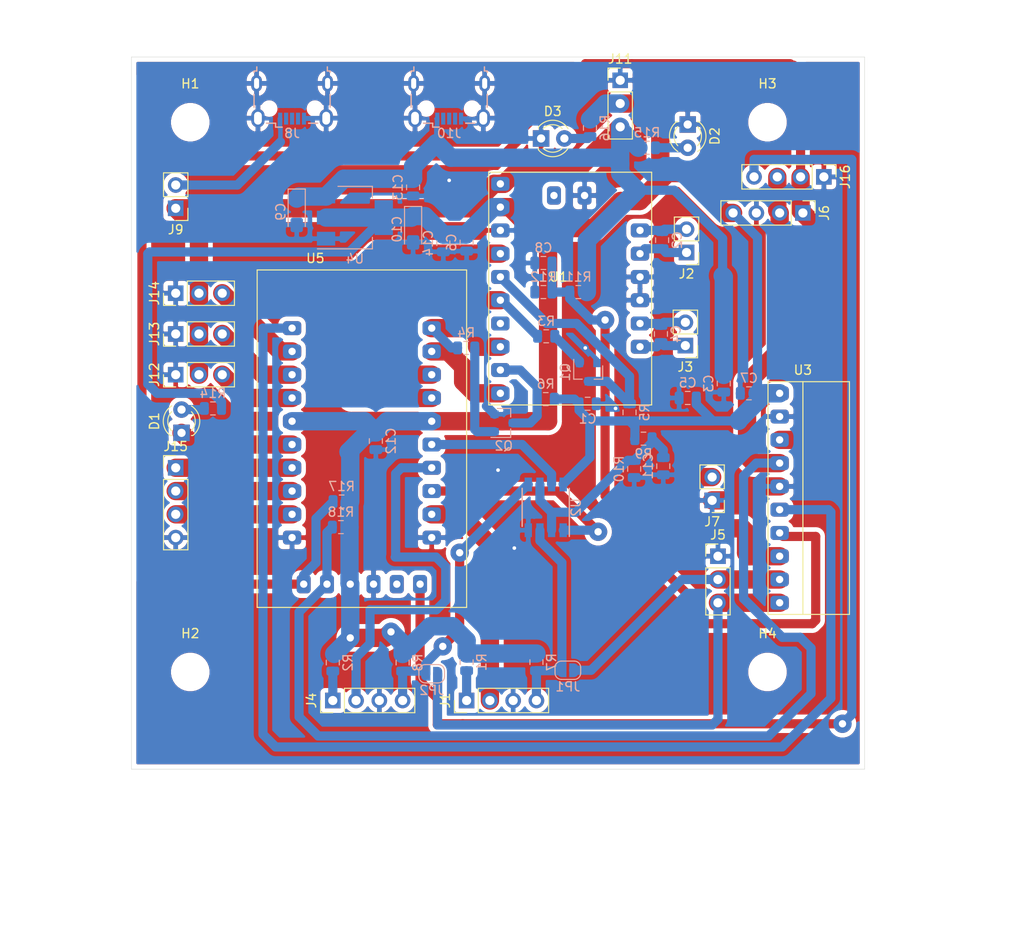
<source format=kicad_pcb>
(kicad_pcb (version 20171130) (host pcbnew 5.1.9-73d0e3b20d~88~ubuntu16.04.1)
  (layers (0 F.Cu signal) (31 B.Cu signal) (34 B.Paste user) (35 F.Paste user) (36 B.SilkS user) (37 F.SilkS user) (38 B.Mask user) (39 F.Mask user) (44 Edge.Cuts user))
  (net 0 "")
  (net 1 +5V)
  (net 2 GND)
  (net 3 "Net-(C2-Pad1)")
  (net 4 "Net-(C2-Pad2)")
  (net 5 "Net-(C4-Pad1)")
  (net 6 "Net-(C4-Pad2)")
  (net 7 "Net-(Q1-Pad1)")
  (net 8 "Net-(Q1-Pad3)")
  (net 9 "Net-(Q2-Pad3)")
  (net 10 "Net-(Q2-Pad1)")
  (net 11 "Net-(U1-Pad15)")
  (net 12 +3V3)
  (net 13 "Net-(U1-Pad8)")
  (net 14 "Net-(C8-Pad1)")
  (net 15 "Net-(J1-Pad4)")
  (net 16 "Net-(J1-Pad1)")
  (net 17 "Net-(J4-Pad1)")
  (net 18 "Net-(J4-Pad4)")
  (net 19 "Net-(J5-Pad3)")
  (net 20 "Net-(J5-Pad2)")
  (net 21 "Net-(J7-Pad2)")
  (net 22 "Net-(J10-Pad4)")
  (net 23 "Net-(J10-Pad3)")
  (net 24 "Net-(J10-Pad2)")
  (net 25 "Net-(J8-Pad1)")
  (net 26 "Net-(C11-Pad1)")
  (net 27 IO4)
  (net 28 IO6)
  (net 29 SDA)
  (net 30 SCL)
  (net 31 "Net-(J12-Pad3)")
  (net 32 "Net-(J13-Pad3)")
  (net 33 "Net-(J14-Pad3)")
  (net 34 "Net-(J15-Pad1)")
  (net 35 "Net-(J15-Pad2)")
  (net 36 "Net-(J15-Pad3)")
  (net 37 INTERRUPT)
  (net 38 IO1)
  (net 39 IO2)
  (net 40 IO0)
  (net 41 IO3)
  (net 42 IO5)
  (net 43 IO7)
  (net 44 IO8)
  (net 45 "Net-(U5-Pad15)")
  (net 46 "Net-(D1-Pad2)")
  (net 47 "Net-(D1-Pad1)")
  (net 48 "Net-(D2-Pad2)")
  (net 49 "Net-(D3-Pad2)")
  (net 50 "Net-(J8-Pad4)")
  (net 51 "Net-(J8-Pad3)")
  (net 52 "Net-(J8-Pad2)")
  (module Jumper:SolderJumper-2_P1.3mm_Open_RoundedPad1.0x1.5mm (layer B.Cu) (at 33.02 67.564)
    (fp_text reference JP2 (at 0 1.8) (layer B.SilkS) (effects (justify mirror)))
    (fp_text value r->a3)
    (pad 2 smd custom (at 0.65 0) (size 1 0.5) (layers B.Cu B.Mask) (net 19 "Net-(J5-Pad3)") (options (clearance outline) (anchor rect)) (primitives (gr_circle (center 0 -0.25) (end 0.5 -0.25) (width 0)) (gr_circle (center 0 0.25) (end 0.5 0.25) (width 0)) (gr_poly (pts (xy 0 0.75) (xy -0.5 0.75) (xy -0.5 -0.75) (xy 0 -0.75)) (width 0))))
    (pad 1 smd custom (at -0.65 0) (size 1 0.5) (layers B.Cu B.Mask) (net 18 "Net-(J4-Pad4)") (options (clearance outline) (anchor rect)) (primitives (gr_circle (center 0 -0.25) (end 0.5 -0.25) (width 0)) (gr_circle (center 0 0.25) (end 0.5 0.25) (width 0)) (gr_poly (pts (xy 0 0.75) (xy 0.5 0.75) (xy 0.5 -0.75) (xy 0 -0.75)) (width 0))))
  )
  (module reprapltd-kicad:sparkfun-sx1509 (layer F.Cu) (at 33.02 55.245)
    (fp_text reference U5 (at -12.7 -33.02) (layer F.SilkS))
    (fp_text value sparkfun-sx1509)
    (pad 1 thru_hole roundrect (at -15.24 -25.4) (size 2 1.524) (drill 0.8) (layers *.Cu *.Mask) (net 44 IO8))
    (pad 2 thru_hole roundrect (at -15.24 -22.86) (size 2 1.524) (drill 0.8) (layers *.Cu *.Mask) (net 33 "Net-(J14-Pad3)"))
    (pad 3 thru_hole roundrect (at -15.24 -20.32) (size 2 1.524) (drill 0.8) (layers *.Cu *.Mask) (net 32 "Net-(J13-Pad3)"))
    (pad 4 thru_hole roundrect (at -15.24 -17.78) (size 2 1.524) (drill 0.8) (layers *.Cu *.Mask) (net 31 "Net-(J12-Pad3)"))
    (pad 5 thru_hole roundrect (at -15.24 -15.24) (size 2 1.524) (drill 0.8) (layers *.Cu *.Mask) (net 12 +3V3))
    (pad 6 thru_hole roundrect (at -15.24 -12.7) (size 2 1.524) (drill 0.8) (layers *.Cu *.Mask) (net 47 "Net-(D1-Pad1)"))
    (pad 7 thru_hole roundrect (at -15.24 -10.16) (size 2 1.524) (drill 0.8) (layers *.Cu *.Mask) (net 34 "Net-(J15-Pad1)"))
    (pad 8 thru_hole roundrect (at -15.24 -7.62) (size 2 1.524) (drill 0.8) (layers *.Cu *.Mask) (net 35 "Net-(J15-Pad2)"))
    (pad 9 thru_hole roundrect (at -15.24 -5.08) (size 2 1.524) (drill 0.8) (layers *.Cu *.Mask) (net 36 "Net-(J15-Pad3)"))
    (pad 10 thru_hole roundrect (at -15.24 -2.54) (size 2 1.524) (drill 0.8) (layers *.Cu *.Mask) (net 2 GND))
    (pad 11 thru_hole roundrect (at -13.97 2.54 90) (size 2 1.524) (drill 0.8) (layers *.Cu *.Mask) (net 30 SCL))
    (pad 12 thru_hole roundrect (at -11.43 2.54 90) (size 2 1.524) (drill 0.8) (layers *.Cu *.Mask) (net 29 SDA))
    (pad 13 thru_hole roundrect (at -8.89 2.54 90) (size 2 1.524) (drill 0.8) (layers *.Cu *.Mask) (net 12 +3V3))
    (pad 14 thru_hole roundrect (at -6.35 2.54 90) (size 2 1.524) (drill 0.8) (layers *.Cu *.Mask) (net 2 GND))
    (pad 15 thru_hole roundrect (at -3.81 2.54 90) (size 2 1.524) (drill 0.8) (layers *.Cu *.Mask) (net 45 "Net-(U5-Pad15)"))
    (pad 16 thru_hole roundrect (at -1.27 2.54 90) (size 2 1.524) (drill 0.8) (layers *.Cu *.Mask) (net 37 INTERRUPT))
    (pad 17 thru_hole roundrect (at 0 -2.54 180) (size 2 1.524) (drill 0.8) (layers *.Cu *.Mask) (net 2 GND))
    (pad 18 thru_hole roundrect (at 0 -5.08 180) (size 2 1.524) (drill 0.8) (layers *.Cu *.Mask) (net 40 IO0))
    (pad 19 thru_hole roundrect (at 0 -7.62 180) (size 2 1.524) (drill 0.8) (layers *.Cu *.Mask) (net 38 IO1))
    (pad 20 thru_hole roundrect (at 0 -10.16 180) (size 2 1.524) (drill 0.8) (layers *.Cu *.Mask) (net 39 IO2))
    (pad 21 thru_hole roundrect (at 0 -12.7 180) (size 2 1.524) (drill 0.8) (layers *.Cu *.Mask) (net 41 IO3))
    (pad 22 thru_hole roundrect (at 0 -15.24 180) (size 2 1.524) (drill 0.8) (layers *.Cu *.Mask) (net 12 +3V3))
    (pad 23 thru_hole roundrect (at 0 -17.78 180) (size 2 1.524) (drill 0.8) (layers *.Cu *.Mask) (net 27 IO4))
    (pad 24 thru_hole roundrect (at 0 -20.32 180) (size 2 1.524) (drill 0.8) (layers *.Cu *.Mask) (net 42 IO5))
    (pad 25 thru_hole roundrect (at 0 -22.86 180) (size 2 1.524) (drill 0.8) (layers *.Cu *.Mask) (net 28 IO6))
    (pad 26 thru_hole roundrect (at 0 -25.4 180) (size 2 1.524) (drill 0.8) (layers *.Cu *.Mask) (net 43 IO7))
  )
  (module Resistor_SMD:R_0805_2012Metric (layer B.Cu) (at 9.144 38.608 180)
    (fp_text reference R14 (at 0 1.65) (layer B.SilkS) (effects (justify mirror)))
    (fp_text value 220R)
    (pad 1 smd roundrect (at -0.9375 0 180) (size 0.975 1.4) (layers B.Cu B.Paste B.Mask) (net 12 +3V3))
    (pad 2 smd roundrect (at 0.9375 0 180) (size 0.975 1.4) (layers B.Cu B.Paste B.Mask) (net 46 "Net-(D1-Pad2)"))
  )
  (module Resistor_SMD:R_0805_2012Metric (layer B.Cu) (at 23.114 51.562 180)
    (fp_text reference R18 (at 0 1.65) (layer B.SilkS) (effects (justify mirror)))
    (fp_text value 4K7)
    (pad 2 smd roundrect (at 0.9375 0 180) (size 0.975 1.4) (layers B.Cu B.Paste B.Mask) (net 29 SDA))
    (pad 1 smd roundrect (at -0.9375 0 180) (size 0.975 1.4) (layers B.Cu B.Paste B.Mask) (net 12 +3V3))
  )
  (module Resistor_SMD:R_0805_2012Metric (layer B.Cu) (at 23.1925 48.768 180)
    (fp_text reference R17 (at 0 1.65) (layer B.SilkS) (effects (justify mirror)))
    (fp_text value 4K7)
    (pad 2 smd roundrect (at 0.9375 0 180) (size 0.975 1.4) (layers B.Cu B.Paste B.Mask) (net 30 SCL))
    (pad 1 smd roundrect (at -0.9375 0 180) (size 0.975 1.4) (layers B.Cu B.Paste B.Mask) (net 12 +3V3))
  )
  (module reprapltd-kicad:adafruit-2448 (layer F.Cu) (at 48.133 25.527 180)
    (fp_text reference U1 (at 1.27 1.27) (layer F.SilkS))
    (fp_text value adafruit-2448)
    (pad 1 thru_hole roundrect (at -7.62 -6.35 180) (size 2 1.524) (drill 0.8) (layers *.Cu *.Mask) (net 5 "Net-(C4-Pad1)"))
    (pad 2 thru_hole roundrect (at -7.62 -3.81 180) (size 2 1.524) (drill 0.8) (layers *.Cu *.Mask) (net 6 "Net-(C4-Pad2)"))
    (pad 3 thru_hole roundrect (at -7.62 -1.27 180) (size 2 1.524) (drill 0.8) (layers *.Cu *.Mask) (net 2 GND))
    (pad 4 thru_hole roundrect (at -7.62 1.27 180) (size 2 1.524) (drill 0.8) (layers *.Cu *.Mask) (net 2 GND))
    (pad 5 thru_hole roundrect (at -7.62 3.81 180) (size 2 1.524) (drill 0.8) (layers *.Cu *.Mask) (net 3 "Net-(C2-Pad1)"))
    (pad 6 thru_hole roundrect (at -7.62 6.35 180) (size 2 1.524) (drill 0.8) (layers *.Cu *.Mask) (net 4 "Net-(C2-Pad2)"))
    (pad 11 thru_hole roundrect (at 7.62 6.35 180) (size 2 1.524) (drill 0.8) (layers *.Cu *.Mask) (net 2 GND))
    (pad 12 thru_hole roundrect (at 7.62 3.81 180) (size 2 1.524) (drill 0.8) (layers *.Cu *.Mask) (net 27 IO4))
    (pad 13 thru_hole roundrect (at 7.62 1.27 180) (size 2 1.524) (drill 0.8) (layers *.Cu *.Mask) (net 8 "Net-(Q1-Pad3)"))
    (pad 14 thru_hole roundrect (at 7.62 -1.27 180) (size 2 1.524) (drill 0.8) (layers *.Cu *.Mask) (net 42 IO5))
    (pad 15 thru_hole roundrect (at 7.62 -3.81 180) (size 2 1.524) (drill 0.8) (layers *.Cu *.Mask) (net 11 "Net-(U1-Pad15)"))
    (pad 16 thru_hole roundrect (at 7.62 -6.35 180) (size 2 1.524) (drill 0.8) (layers *.Cu *.Mask) (net 43 IO7))
    (pad 17 thru_hole roundrect (at 7.62 -8.89 180) (size 2 1.524) (drill 0.8) (layers *.Cu *.Mask) (net 9 "Net-(Q2-Pad3)"))
    (pad 18 thru_hole roundrect (at 7.62 -11.43 180) (size 2 1.524) (drill 0.8) (layers *.Cu *.Mask) (net 28 IO6))
    (pad 10 thru_hole roundrect (at 7.62 8.89 180) (size 2 1.524) (drill 0.8) (layers *.Cu *.Mask) (net 12 +3V3))
    (pad 9 thru_hole roundrect (at 7.62 11.43 180) (size 2 1.524) (drill 0.8) (layers *.Cu *.Mask) (net 1 +5V))
    (pad 8 thru_hole roundrect (at 1.77 10.16 270) (size 2 1.524) (drill 0.8) (layers *.Cu *.Mask) (net 13 "Net-(U1-Pad8)"))
    (pad 7 thru_hole roundrect (at -1.57 10.16 270) (size 2 1.524) (drill 0.8) (layers *.Cu *.Mask) (net 2 GND))
  )
  (module LED_THT:LED_D3.0mm (layer F.Cu) (at 60.96 7.62 270)
    (fp_text reference D2 (at 1.27 -2.96 90) (layer F.SilkS))
    (fp_text value 5VLED)
    (pad 1 thru_hole rect (at 0 0 270) (size 1.8 1.8) (drill 0.9) (layers *.Cu *.Mask) (net 2 GND))
    (pad 2 thru_hole circle (at 2.54 0 270) (size 1.8 1.8) (drill 0.9) (layers *.Cu *.Mask) (net 48 "Net-(D2-Pad2)"))
  )
  (module LED_THT:LED_D3.0mm (layer F.Cu) (at 44.958 9.144)
    (fp_text reference D3 (at 1.27 -2.96) (layer F.SilkS))
    (fp_text value 3V3LED)
    (pad 1 thru_hole rect (at 0 0) (size 1.8 1.8) (drill 0.9) (layers *.Cu *.Mask) (net 2 GND))
    (pad 2 thru_hole circle (at 2.54 0) (size 1.8 1.8) (drill 0.9) (layers *.Cu *.Mask) (net 49 "Net-(D3-Pad2)"))
  )
  (module LED_THT:LED_D3.0mm (layer F.Cu) (at 5.715 41.275 90)
    (fp_text reference D1 (at 1.27 -2.96 90) (layer F.SilkS))
    (fp_text value FLASH)
    (pad 2 thru_hole circle (at 2.54 0 90) (size 1.8 1.8) (drill 0.9) (layers *.Cu *.Mask) (net 46 "Net-(D1-Pad2)"))
    (pad 1 thru_hole rect (at 0 0 90) (size 1.8 1.8) (drill 0.9) (layers *.Cu *.Mask) (net 47 "Net-(D1-Pad1)"))
  )
  (module Capacitor_SMD:C_0805_2012Metric (layer B.Cu) (at 50.038 38.1)
    (fp_text reference C1 (at 0 1.65) (layer B.SilkS) (effects (justify mirror)))
    (fp_text value 0.1u)
    (pad 1 smd roundrect (at -0.9375 0) (size 0.975 1.4) (layers B.Cu B.Paste B.Mask) (net 12 +3V3))
    (pad 2 smd roundrect (at 0.9375 0) (size 0.975 1.4) (layers B.Cu B.Paste B.Mask) (net 2 GND))
  )
  (module Capacitor_SMD:C_0805_2012Metric (layer B.Cu) (at 58.166 20.2415 90)
    (fp_text reference C2 (at 0 1.65 90) (layer B.SilkS) (effects (justify mirror)))
    (fp_text value 0.1u)
    (pad 1 smd roundrect (at -0.9375 0 90) (size 0.975 1.4) (layers B.Cu B.Paste B.Mask) (net 3 "Net-(C2-Pad1)"))
    (pad 2 smd roundrect (at 0.9375 0 90) (size 0.975 1.4) (layers B.Cu B.Paste B.Mask) (net 4 "Net-(C2-Pad2)"))
  )
  (module Capacitor_SMD:C_0805_2012Metric (layer B.Cu) (at 64.897 35.8925 270)
    (fp_text reference C3 (at 0 1.65 90) (layer B.SilkS) (effects (justify mirror)))
    (fp_text value 0.1u)
    (pad 1 smd roundrect (at -0.9375 0 270) (size 0.975 1.4) (layers B.Cu B.Paste B.Mask) (net 1 +5V))
    (pad 2 smd roundrect (at 0.9375 0 270) (size 0.975 1.4) (layers B.Cu B.Paste B.Mask) (net 2 GND))
  )
  (module Capacitor_SMD:C_0805_2012Metric (layer B.Cu) (at 58.039 30.48 90)
    (fp_text reference C4 (at 0 1.65 90) (layer B.SilkS) (effects (justify mirror)))
    (fp_text value 0.1u)
    (pad 2 smd roundrect (at 0.9375 0 90) (size 0.975 1.4) (layers B.Cu B.Paste B.Mask) (net 6 "Net-(C4-Pad2)"))
    (pad 1 smd roundrect (at -0.9375 0 90) (size 0.975 1.4) (layers B.Cu B.Paste B.Mask) (net 5 "Net-(C4-Pad1)"))
  )
  (module Capacitor_SMD:C_0805_2012Metric (layer B.Cu) (at 60.96 37.465 180)
    (fp_text reference C5 (at 0 1.65) (layer B.SilkS) (effects (justify mirror)))
    (fp_text value 0.1u)
    (pad 2 smd roundrect (at 0.9375 0 180) (size 0.975 1.4) (layers B.Cu B.Paste B.Mask) (net 2 GND))
    (pad 1 smd roundrect (at -0.9375 0 180) (size 0.975 1.4) (layers B.Cu B.Paste B.Mask) (net 12 +3V3))
  )
  (module Capacitor_SMD:C_0805_2012Metric (layer B.Cu) (at 36.83 20.4955 270)
    (fp_text reference C6 (at 0 1.65 90) (layer B.SilkS) (effects (justify mirror)))
    (fp_text value 0.1u)
    (pad 1 smd roundrect (at -0.9375 0 270) (size 0.975 1.4) (layers B.Cu B.Paste B.Mask) (net 12 +3V3))
    (pad 2 smd roundrect (at 0.9375 0 270) (size 0.975 1.4) (layers B.Cu B.Paste B.Mask) (net 2 GND))
  )
  (module Capacitor_SMD:C_0805_2012Metric (layer B.Cu) (at 67.6425 36.957 180)
    (fp_text reference C7 (at 0 1.65) (layer B.SilkS) (effects (justify mirror)))
    (fp_text value 0.1u)
    (pad 2 smd roundrect (at 0.9375 0 180) (size 0.975 1.4) (layers B.Cu B.Paste B.Mask) (net 2 GND))
    (pad 1 smd roundrect (at -0.9375 0 180) (size 0.975 1.4) (layers B.Cu B.Paste B.Mask) (net 12 +3V3))
  )
  (module Capacitor_SMD:C_0805_2012Metric (layer B.Cu) (at 45.212 22.733 180)
    (fp_text reference C8 (at 0 1.65) (layer B.SilkS) (effects (justify mirror)))
    (fp_text value 0.1u)
    (pad 1 smd roundrect (at -0.9375 0 180) (size 0.975 1.4) (layers B.Cu B.Paste B.Mask) (net 14 "Net-(C8-Pad1)"))
    (pad 2 smd roundrect (at 0.9375 0 180) (size 0.975 1.4) (layers B.Cu B.Paste B.Mask) (net 2 GND))
  )
  (module Capacitor_Tantalum_SMD:CP_EIA-3216-18_Kemet-A_Pad1.58x1.35mm_HandSolder (layer B.Cu) (at 18.288 17.145 270)
    (fp_text reference C9 (at 0 1.75 90) (layer B.SilkS) (effects (justify mirror)))
    (fp_text value 10u)
    (pad 1 smd roundrect (at -1.4375 0 270) (size 1.575 1.35) (layers B.Cu B.Paste B.Mask) (roundrect_rratio 0.185185) (net 1 +5V))
    (pad 2 smd roundrect (at 1.4375 0 270) (size 1.575 1.35) (layers B.Cu B.Paste B.Mask) (roundrect_rratio 0.185185) (net 2 GND))
  )
  (module Capacitor_Tantalum_SMD:CP_EIA-3216-18_Kemet-A_Pad1.58x1.35mm_HandSolder (layer B.Cu) (at 30.988 19.05 270)
    (fp_text reference C10 (at 0 1.75 90) (layer B.SilkS) (effects (justify mirror)))
    (fp_text value 100u)
    (pad 2 smd roundrect (at 1.4375 0 270) (size 1.575 1.35) (layers B.Cu B.Paste B.Mask) (roundrect_rratio 0.185185) (net 2 GND))
    (pad 1 smd roundrect (at -1.4375 0 270) (size 1.575 1.35) (layers B.Cu B.Paste B.Mask) (roundrect_rratio 0.185185) (net 12 +3V3))
  )
  (module Capacitor_SMD:C_0805_2012Metric (layer B.Cu) (at 58.293 44.9095 270)
    (fp_text reference C11 (at 0 1.65 90) (layer B.SilkS) (effects (justify mirror)))
    (fp_text value 0.1u)
    (pad 2 smd roundrect (at 0.9375 0 270) (size 0.975 1.4) (layers B.Cu B.Paste B.Mask) (net 2 GND))
    (pad 1 smd roundrect (at -0.9375 0 270) (size 0.975 1.4) (layers B.Cu B.Paste B.Mask) (net 26 "Net-(C11-Pad1)"))
  )
  (module Connector_PinHeader_2.54mm:PinHeader_1x04_P2.54mm_Vertical (layer F.Cu) (at 36.83 70.485 90)
    (fp_text reference J1 (at 0 -2.33 90) (layer F.SilkS))
    (fp_text value "left wheel sensor")
    (pad 1 thru_hole rect (at 0 0 90) (size 1.7 1.7) (drill 1) (layers *.Cu *.Mask) (net 16 "Net-(J1-Pad1)"))
    (pad 2 thru_hole oval (at 0 2.54 90) (size 1.7 1.7) (drill 1) (layers *.Cu *.Mask) (net 40 IO0))
    (pad 3 thru_hole oval (at 0 5.08 90) (size 1.7 1.7) (drill 1) (layers *.Cu *.Mask) (net 2 GND))
    (pad 4 thru_hole oval (at 0 7.62 90) (size 1.7 1.7) (drill 1) (layers *.Cu *.Mask) (net 15 "Net-(J1-Pad4)"))
  )
  (module Connector_PinHeader_2.54mm:PinHeader_1x02_P2.54mm_Vertical (layer F.Cu) (at 60.833 21.59 180)
    (fp_text reference J2 (at 0 -2.33) (layer F.SilkS))
    (fp_text value "Left motor")
    (pad 2 thru_hole oval (at 0 2.54 180) (size 1.7 1.7) (drill 1) (layers *.Cu *.Mask) (net 4 "Net-(C2-Pad2)"))
    (pad 1 thru_hole rect (at 0 0 180) (size 1.7 1.7) (drill 1) (layers *.Cu *.Mask) (net 3 "Net-(C2-Pad1)"))
  )
  (module Connector_PinHeader_2.54mm:PinHeader_1x02_P2.54mm_Vertical (layer F.Cu) (at 60.706 31.75 180)
    (fp_text reference J3 (at 0 -2.33) (layer F.SilkS))
    (fp_text value "Right motor")
    (pad 2 thru_hole oval (at 0 2.54 180) (size 1.7 1.7) (drill 1) (layers *.Cu *.Mask) (net 6 "Net-(C4-Pad2)"))
    (pad 1 thru_hole rect (at 0 0 180) (size 1.7 1.7) (drill 1) (layers *.Cu *.Mask) (net 5 "Net-(C4-Pad1)"))
  )
  (module Connector_PinHeader_2.54mm:PinHeader_1x04_P2.54mm_Vertical (layer F.Cu) (at 22.225 70.485 90)
    (fp_text reference J4 (at 0 -2.33 90) (layer F.SilkS))
    (fp_text value "right wheel sensor")
    (pad 4 thru_hole oval (at 0 7.62 90) (size 1.7 1.7) (drill 1) (layers *.Cu *.Mask) (net 18 "Net-(J4-Pad4)"))
    (pad 3 thru_hole oval (at 0 5.08 90) (size 1.7 1.7) (drill 1) (layers *.Cu *.Mask) (net 2 GND))
    (pad 2 thru_hole oval (at 0 2.54 90) (size 1.7 1.7) (drill 1) (layers *.Cu *.Mask) (net 39 IO2))
    (pad 1 thru_hole rect (at 0 0 90) (size 1.7 1.7) (drill 1) (layers *.Cu *.Mask) (net 17 "Net-(J4-Pad1)"))
  )
  (module Connector_PinHeader_2.54mm:PinHeader_1x03_P2.54mm_Vertical (layer F.Cu) (at 64.262 54.737)
    (fp_text reference J5 (at 0 -2.33) (layer F.SilkS))
    (fp_text value "Analogue inputs")
    (pad 1 thru_hole rect (at 0 0) (size 1.7 1.7) (drill 1) (layers *.Cu *.Mask) (net 2 GND))
    (pad 2 thru_hole oval (at 0 2.54) (size 1.7 1.7) (drill 1) (layers *.Cu *.Mask) (net 20 "Net-(J5-Pad2)"))
    (pad 3 thru_hole oval (at 0 5.08) (size 1.7 1.7) (drill 1) (layers *.Cu *.Mask) (net 19 "Net-(J5-Pad3)"))
  )
  (module Connector_PinHeader_2.54mm:PinHeader_1x04_P2.54mm_Vertical (layer F.Cu) (at 73.533 17.272 270)
    (fp_text reference J6 (at 0 -2.33 90) (layer F.SilkS))
    (fp_text value LIDAR)
    (pad 4 thru_hole oval (at 0 7.62 270) (size 1.7 1.7) (drill 1) (layers *.Cu *.Mask) (net 12 +3V3))
    (pad 3 thru_hole oval (at 0 5.08 270) (size 1.7 1.7) (drill 1) (layers *.Cu *.Mask) (net 2 GND))
    (pad 2 thru_hole oval (at 0 2.54 270) (size 1.7 1.7) (drill 1) (layers *.Cu *.Mask) (net 29 SDA))
    (pad 1 thru_hole rect (at 0 0 270) (size 1.7 1.7) (drill 1) (layers *.Cu *.Mask) (net 30 SCL))
  )
  (module Connector_PinHeader_2.54mm:PinHeader_1x02_P2.54mm_Vertical (layer F.Cu) (at 63.627 48.641 180)
    (fp_text reference J7 (at 0 -2.33) (layer F.SilkS))
    (fp_text value Phototransistor)
    (pad 1 thru_hole rect (at 0 0 180) (size 1.7 1.7) (drill 1) (layers *.Cu *.Mask) (net 2 GND))
    (pad 2 thru_hole oval (at 0 2.54 180) (size 1.7 1.7) (drill 1) (layers *.Cu *.Mask) (net 21 "Net-(J7-Pad2)"))
  )
  (module Connector_USB:USB_Micro-B_Wuerth_629105150521 (layer B.Cu) (at 17.78 5.08)
    (fp_text reference J8 (at 0 3.5) (layer B.SilkS) (effects (justify mirror)))
    (fp_text value USB-from-battery)
    (pad "" np_thru_hole oval (at 2.5 0.8) (size 0.8 0.8) (drill 0.8) (layers *.Cu *.Mask))
    (pad "" np_thru_hole oval (at -2.5 0.8) (size 0.8 0.8) (drill 0.8) (layers *.Cu *.Mask))
    (pad 6 thru_hole oval (at 3.875 -1.95) (size 1.15 1.8) (drill oval 0.55 1.2) (layers *.Cu *.Mask) (net 2 GND))
    (pad 6 thru_hole oval (at -3.875 -1.95) (size 1.15 1.8) (drill oval 0.55 1.2) (layers *.Cu *.Mask) (net 2 GND))
    (pad 6 thru_hole oval (at 3.725 1.85) (size 1.45 2) (drill oval 0.85 1.4) (layers *.Cu *.Mask) (net 2 GND))
    (pad 6 thru_hole oval (at -3.725 1.85) (size 1.45 2) (drill oval 0.85 1.4) (layers *.Cu *.Mask) (net 2 GND))
    (pad 5 smd rect (at 1.3 1.9) (size 0.45 1.3) (layers B.Cu B.Paste B.Mask) (net 2 GND))
    (pad 4 smd rect (at 0.65 1.9) (size 0.45 1.3) (layers B.Cu B.Paste B.Mask) (net 50 "Net-(J8-Pad4)"))
    (pad 3 smd rect (at 0 1.9) (size 0.45 1.3) (layers B.Cu B.Paste B.Mask) (net 51 "Net-(J8-Pad3)"))
    (pad 2 smd rect (at -0.65 1.9) (size 0.45 1.3) (layers B.Cu B.Paste B.Mask) (net 52 "Net-(J8-Pad2)"))
    (pad 1 smd rect (at -1.3 1.9) (size 0.45 1.3) (layers B.Cu B.Paste B.Mask) (net 25 "Net-(J8-Pad1)"))
  )
  (module Connector_PinHeader_2.54mm:PinHeader_1x02_P2.54mm_Vertical (layer F.Cu) (at 5.08 16.764 180)
    (fp_text reference J9 (at 0 -2.33) (layer F.SilkS))
    (fp_text value "power switch")
    (pad 1 thru_hole rect (at 0 0 180) (size 1.7 1.7) (drill 1) (layers *.Cu *.Mask) (net 1 +5V))
    (pad 2 thru_hole oval (at 0 2.54 180) (size 1.7 1.7) (drill 1) (layers *.Cu *.Mask) (net 25 "Net-(J8-Pad1)"))
  )
  (module Connector_USB:USB_Micro-B_Wuerth_629105150521 (layer B.Cu) (at 34.925 5.08)
    (fp_text reference J10 (at 0 3.5) (layer B.SilkS) (effects (justify mirror)))
    (fp_text value USB-to-controller)
    (pad 1 smd rect (at -1.3 1.9) (size 0.45 1.3) (layers B.Cu B.Paste B.Mask) (net 1 +5V))
    (pad 2 smd rect (at -0.65 1.9) (size 0.45 1.3) (layers B.Cu B.Paste B.Mask) (net 24 "Net-(J10-Pad2)"))
    (pad 3 smd rect (at 0 1.9) (size 0.45 1.3) (layers B.Cu B.Paste B.Mask) (net 23 "Net-(J10-Pad3)"))
    (pad 4 smd rect (at 0.65 1.9) (size 0.45 1.3) (layers B.Cu B.Paste B.Mask) (net 22 "Net-(J10-Pad4)"))
    (pad 5 smd rect (at 1.3 1.9) (size 0.45 1.3) (layers B.Cu B.Paste B.Mask) (net 2 GND))
    (pad 6 thru_hole oval (at -3.725 1.85) (size 1.45 2) (drill oval 0.85 1.4) (layers *.Cu *.Mask) (net 2 GND))
    (pad 6 thru_hole oval (at 3.725 1.85) (size 1.45 2) (drill oval 0.85 1.4) (layers *.Cu *.Mask) (net 2 GND))
    (pad 6 thru_hole oval (at -3.875 -1.95) (size 1.15 1.8) (drill oval 0.55 1.2) (layers *.Cu *.Mask) (net 2 GND))
    (pad 6 thru_hole oval (at 3.875 -1.95) (size 1.15 1.8) (drill oval 0.55 1.2) (layers *.Cu *.Mask) (net 2 GND))
    (pad "" np_thru_hole oval (at -2.5 0.8) (size 0.8 0.8) (drill 0.8) (layers *.Cu *.Mask))
    (pad "" np_thru_hole oval (at 2.5 0.8) (size 0.8 0.8) (drill 0.8) (layers *.Cu *.Mask))
  )
  (module Connector_PinHeader_2.54mm:PinHeader_1x03_P2.54mm_Vertical (layer F.Cu) (at 53.594 2.794)
    (fp_text reference J11 (at 0 -2.33) (layer F.SilkS))
    (fp_text value power-connector)
    (pad 3 thru_hole oval (at 0 5.08) (size 1.7 1.7) (drill 1) (layers *.Cu *.Mask) (net 1 +5V))
    (pad 2 thru_hole oval (at 0 2.54) (size 1.7 1.7) (drill 1) (layers *.Cu *.Mask) (net 12 +3V3))
    (pad 1 thru_hole rect (at 0 0) (size 1.7 1.7) (drill 1) (layers *.Cu *.Mask) (net 2 GND))
  )
  (module Connector_PinHeader_2.54mm:PinHeader_1x03_P2.54mm_Vertical (layer F.Cu) (at 5.08 34.925 90)
    (fp_text reference J12 (at 0 -2.33 90) (layer F.SilkS))
    (fp_text value "servo 3")
    (pad 1 thru_hole rect (at 0 0 90) (size 1.7 1.7) (drill 1) (layers *.Cu *.Mask) (net 2 GND))
    (pad 2 thru_hole oval (at 0 2.54 90) (size 1.7 1.7) (drill 1) (layers *.Cu *.Mask) (net 1 +5V))
    (pad 3 thru_hole oval (at 0 5.08 90) (size 1.7 1.7) (drill 1) (layers *.Cu *.Mask) (net 31 "Net-(J12-Pad3)"))
  )
  (module Connector_PinHeader_2.54mm:PinHeader_1x03_P2.54mm_Vertical (layer F.Cu) (at 5.08 30.48 90)
    (fp_text reference J13 (at 0 -2.33 90) (layer F.SilkS))
    (fp_text value "servo 2")
    (pad 3 thru_hole oval (at 0 5.08 90) (size 1.7 1.7) (drill 1) (layers *.Cu *.Mask) (net 32 "Net-(J13-Pad3)"))
    (pad 2 thru_hole oval (at 0 2.54 90) (size 1.7 1.7) (drill 1) (layers *.Cu *.Mask) (net 1 +5V))
    (pad 1 thru_hole rect (at 0 0 90) (size 1.7 1.7) (drill 1) (layers *.Cu *.Mask) (net 2 GND))
  )
  (module Connector_PinHeader_2.54mm:PinHeader_1x03_P2.54mm_Vertical (layer F.Cu) (at 5.08 26.035 90)
    (fp_text reference J14 (at 0 -2.33 90) (layer F.SilkS))
    (fp_text value "servo 1")
    (pad 1 thru_hole rect (at 0 0 90) (size 1.7 1.7) (drill 1) (layers *.Cu *.Mask) (net 2 GND))
    (pad 2 thru_hole oval (at 0 2.54 90) (size 1.7 1.7) (drill 1) (layers *.Cu *.Mask) (net 1 +5V))
    (pad 3 thru_hole oval (at 0 5.08 90) (size 1.7 1.7) (drill 1) (layers *.Cu *.Mask) (net 33 "Net-(J14-Pad3)"))
  )
  (module Connector_PinHeader_2.54mm:PinHeader_1x04_P2.54mm_Vertical (layer F.Cu) (at 75.819 13.335 270)
    (fp_text reference J16 (at 0 -2.33 90) (layer F.SilkS))
    (fp_text value data-connector)
    (pad 1 thru_hole rect (at 0 0 270) (size 1.7 1.7) (drill 1) (layers *.Cu *.Mask) (net 2 GND))
    (pad 2 thru_hole oval (at 0 2.54 270) (size 1.7 1.7) (drill 1) (layers *.Cu *.Mask) (net 30 SCL))
    (pad 3 thru_hole oval (at 0 5.08 270) (size 1.7 1.7) (drill 1) (layers *.Cu *.Mask) (net 29 SDA))
    (pad 4 thru_hole oval (at 0 7.62 270) (size 1.7 1.7) (drill 1) (layers *.Cu *.Mask) (net 37 INTERRUPT))
  )
  (module Jumper:SolderJumper-2_P1.3mm_Open_RoundedPad1.0x1.5mm (layer B.Cu) (at 47.879 67.183)
    (fp_text reference JP1 (at 0 1.8) (layer B.SilkS) (effects (justify mirror)))
    (fp_text value l->a2)
    (pad 1 smd custom (at -0.65 0) (size 1 0.5) (layers B.Cu B.Mask) (net 15 "Net-(J1-Pad4)") (options (clearance outline) (anchor rect)) (primitives (gr_circle (center 0 -0.25) (end 0.5 -0.25) (width 0)) (gr_circle (center 0 0.25) (end 0.5 0.25) (width 0)) (gr_poly (pts (xy 0 0.75) (xy 0.5 0.75) (xy 0.5 -0.75) (xy 0 -0.75)) (width 0))))
    (pad 2 smd custom (at 0.65 0) (size 1 0.5) (layers B.Cu B.Mask) (net 20 "Net-(J5-Pad2)") (options (clearance outline) (anchor rect)) (primitives (gr_circle (center 0 -0.25) (end 0.5 -0.25) (width 0)) (gr_circle (center 0 0.25) (end 0.5 0.25) (width 0)) (gr_poly (pts (xy 0 0.75) (xy -0.5 0.75) (xy -0.5 -0.75) (xy 0 -0.75)) (width 0))))
  )
  (module Package_TO_SOT_SMD:SOT-23 (layer B.Cu) (at 50.099 34.655 270)
    (fp_text reference Q1 (at 0 2.5 90) (layer B.SilkS) (effects (justify mirror)))
    (fp_text value DMN6075S)
    (pad 3 smd rect (at 1 0 270) (size 0.9 0.8) (layers B.Cu B.Paste B.Mask) (net 8 "Net-(Q1-Pad3)"))
    (pad 2 smd rect (at -1 -0.95 270) (size 0.9 0.8) (layers B.Cu B.Paste B.Mask) (net 2 GND))
    (pad 1 smd rect (at -1 0.95 270) (size 0.9 0.8) (layers B.Cu B.Paste B.Mask) (net 7 "Net-(Q1-Pad1)"))
  )
  (module Package_TO_SOT_SMD:SOT-23 (layer B.Cu) (at 40.878 40.193)
    (fp_text reference Q2 (at 0 2.5) (layer B.SilkS) (effects (justify mirror)))
    (fp_text value DMN6075S)
    (pad 1 smd rect (at -1 0.95) (size 0.9 0.8) (layers B.Cu B.Paste B.Mask) (net 10 "Net-(Q2-Pad1)"))
    (pad 2 smd rect (at -1 -0.95) (size 0.9 0.8) (layers B.Cu B.Paste B.Mask) (net 2 GND))
    (pad 3 smd rect (at 1 0) (size 0.9 0.8) (layers B.Cu B.Paste B.Mask) (net 9 "Net-(Q2-Pad3)"))
  )
  (module Resistor_SMD:R_0805_2012Metric (layer B.Cu) (at 36.83 66.294 90)
    (fp_text reference R1 (at 0 1.65 90) (layer B.SilkS) (effects (justify mirror)))
    (fp_text value 180R)
    (pad 1 smd roundrect (at -0.9375 0 90) (size 0.975 1.4) (layers B.Cu B.Paste B.Mask) (net 16 "Net-(J1-Pad1)"))
    (pad 2 smd roundrect (at 0.9375 0 90) (size 0.975 1.4) (layers B.Cu B.Paste B.Mask) (net 12 +3V3))
  )
  (module Resistor_SMD:R_0805_2012Metric (layer B.Cu) (at 22.225 66.3425 90)
    (fp_text reference R2 (at 0 1.65 90) (layer B.SilkS) (effects (justify mirror)))
    (fp_text value 180R)
    (pad 2 smd roundrect (at 0.9375 0 90) (size 0.975 1.4) (layers B.Cu B.Paste B.Mask) (net 12 +3V3))
    (pad 1 smd roundrect (at -0.9375 0 90) (size 0.975 1.4) (layers B.Cu B.Paste B.Mask) (net 17 "Net-(J4-Pad1)"))
  )
  (module Resistor_SMD:R_0805_2012Metric (layer B.Cu) (at 45.5145 30.734 180)
    (fp_text reference R3 (at 0 1.65) (layer B.SilkS) (effects (justify mirror)))
    (fp_text value 10K)
    (pad 1 smd roundrect (at -0.9375 0 180) (size 0.975 1.4) (layers B.Cu B.Paste B.Mask) (net 7 "Net-(Q1-Pad1)"))
    (pad 2 smd roundrect (at 0.9375 0 180) (size 0.975 1.4) (layers B.Cu B.Paste B.Mask) (net 42 IO5))
  )
  (module Resistor_SMD:R_0805_2012Metric (layer B.Cu) (at 36.7815 32.004 180)
    (fp_text reference R4 (at 0 1.65) (layer B.SilkS) (effects (justify mirror)))
    (fp_text value 10K)
    (pad 1 smd roundrect (at -0.9375 0 180) (size 0.975 1.4) (layers B.Cu B.Paste B.Mask) (net 10 "Net-(Q2-Pad1)"))
    (pad 2 smd roundrect (at 0.9375 0 180) (size 0.975 1.4) (layers B.Cu B.Paste B.Mask) (net 43 IO7))
  )
  (module Resistor_SMD:R_0805_2012Metric (layer B.Cu) (at 54.61 39.0375 90)
    (fp_text reference R5 (at 0 1.65 90) (layer B.SilkS) (effects (justify mirror)))
    (fp_text value 10K)
    (pad 2 smd roundrect (at 0.9375 0 90) (size 0.975 1.4) (layers B.Cu B.Paste B.Mask) (net 8 "Net-(Q1-Pad3)"))
    (pad 1 smd roundrect (at -0.9375 0 90) (size 0.975 1.4) (layers B.Cu B.Paste B.Mask) (net 12 +3V3))
  )
  (module Resistor_SMD:R_0805_2012Metric (layer B.Cu) (at 45.466 37.592 180)
    (fp_text reference R6 (at 0 1.65) (layer B.SilkS) (effects (justify mirror)))
    (fp_text value 10K)
    (pad 2 smd roundrect (at 0.9375 0 180) (size 0.975 1.4) (layers B.Cu B.Paste B.Mask) (net 9 "Net-(Q2-Pad3)"))
    (pad 1 smd roundrect (at -0.9375 0 180) (size 0.975 1.4) (layers B.Cu B.Paste B.Mask) (net 12 +3V3))
  )
  (module Resistor_SMD:R_0805_2012Metric (layer B.Cu) (at 44.45 66.294 90)
    (fp_text reference R7 (at 0 1.65 90) (layer B.SilkS) (effects (justify mirror)))
    (fp_text value 10K)
    (pad 1 smd roundrect (at -0.9375 0 90) (size 0.975 1.4) (layers B.Cu B.Paste B.Mask) (net 15 "Net-(J1-Pad4)"))
    (pad 2 smd roundrect (at 0.9375 0 90) (size 0.975 1.4) (layers B.Cu B.Paste B.Mask) (net 12 +3V3))
  )
  (module Resistor_SMD:R_0805_2012Metric (layer B.Cu) (at 29.845 66.3425 90)
    (fp_text reference R8 (at 0 1.65 90) (layer B.SilkS) (effects (justify mirror)))
    (fp_text value 10K)
    (pad 1 smd roundrect (at -0.9375 0 90) (size 0.975 1.4) (layers B.Cu B.Paste B.Mask) (net 18 "Net-(J4-Pad4)"))
    (pad 2 smd roundrect (at 0.9375 0 90) (size 0.975 1.4) (layers B.Cu B.Paste B.Mask) (net 12 +3V3))
  )
  (module Resistor_SMD:R_0805_2012Metric (layer B.Cu) (at 56.134 41.91)
    (fp_text reference R9 (at 0 1.65) (layer B.SilkS) (effects (justify mirror)))
    (fp_text value 6K8)
    (pad 2 smd roundrect (at 0.9375 0) (size 0.975 1.4) (layers B.Cu B.Paste B.Mask) (net 26 "Net-(C11-Pad1)"))
    (pad 1 smd roundrect (at -0.9375 0) (size 0.975 1.4) (layers B.Cu B.Paste B.Mask) (net 12 +3V3))
  )
  (module Resistor_SMD:R_0805_2012Metric (layer B.Cu) (at 55.118 45.212 270)
    (fp_text reference R10 (at 0 1.65 90) (layer B.SilkS) (effects (justify mirror)))
    (fp_text value 33K)
    (pad 1 smd roundrect (at -0.9375 0 270) (size 0.975 1.4) (layers B.Cu B.Paste B.Mask) (net 26 "Net-(C11-Pad1)"))
    (pad 2 smd roundrect (at 0.9375 0 270) (size 0.975 1.4) (layers B.Cu B.Paste B.Mask) (net 2 GND))
  )
  (module Resistor_SMD:R_0805_2012Metric (layer B.Cu) (at 49.022 25.908 180)
    (fp_text reference R11 (at 0 1.65) (layer B.SilkS) (effects (justify mirror)))
    (fp_text value 15K)
    (pad 2 smd roundrect (at 0.9375 0 180) (size 0.975 1.4) (layers B.Cu B.Paste B.Mask) (net 14 "Net-(C8-Pad1)"))
    (pad 1 smd roundrect (at -0.9375 0 180) (size 0.975 1.4) (layers B.Cu B.Paste B.Mask) (net 1 +5V))
  )
  (module Resistor_SMD:R_0805_2012Metric (layer B.Cu) (at 45.212 25.908 180)
    (fp_text reference R12 (at 0 1.65) (layer B.SilkS) (effects (justify mirror)))
    (fp_text value 10K)
    (pad 1 smd roundrect (at -0.9375 0 180) (size 0.975 1.4) (layers B.Cu B.Paste B.Mask) (net 14 "Net-(C8-Pad1)"))
    (pad 2 smd roundrect (at 0.9375 0 180) (size 0.975 1.4) (layers B.Cu B.Paste B.Mask) (net 2 GND))
  )
  (module reprapltd-kicad:adafruit-1015 (layer F.Cu) (at 70.993 48.387)
    (fp_text reference U3 (at 2.54 -13.97) (layer F.SilkS))
    (fp_text value adafruit-1015)
    (pad 1 thru_hole roundrect (at 0 -11.43) (size 2 1.524) (drill 0.8) (layers *.Cu *.Mask) (net 12 +3V3))
    (pad 2 thru_hole roundrect (at 0 -8.89) (size 2 1.524) (drill 0.8) (layers *.Cu *.Mask) (net 2 GND))
    (pad 3 thru_hole roundrect (at 0 -6.35) (size 2 1.524) (drill 0.8) (layers *.Cu *.Mask) (net 30 SCL))
    (pad 4 thru_hole roundrect (at 0 -3.81) (size 2 1.524) (drill 0.8) (layers *.Cu *.Mask) (net 29 SDA))
    (pad 5 thru_hole roundrect (at 0 -1.27) (size 2 1.524) (drill 0.8) (layers *.Cu *.Mask) (net 2 GND))
    (pad 6 thru_hole roundrect (at 0 1.27) (size 2 1.524) (drill 0.8) (layers *.Cu *.Mask) (net 44 IO8))
    (pad 7 thru_hole roundrect (at 0 3.81) (size 2 1.524) (drill 0.8) (layers *.Cu *.Mask) (net 14 "Net-(C8-Pad1)"))
    (pad 8 thru_hole roundrect (at 0 6.35) (size 2 1.524) (drill 0.8) (layers *.Cu *.Mask) (net 21 "Net-(J7-Pad2)"))
    (pad 9 thru_hole roundrect (at 0 8.89) (size 2 1.524) (drill 0.8) (layers *.Cu *.Mask) (net 20 "Net-(J5-Pad2)"))
    (pad 10 thru_hole roundrect (at 0 11.43) (size 2 1.524) (drill 0.8) (layers *.Cu *.Mask) (net 19 "Net-(J5-Pad3)"))
  )
  (module Package_TO_SOT_SMD:SOT-223-3_TabPin2 (layer B.Cu) (at 24.638 17.78)
    (fp_text reference U4 (at 0 4.5) (layer B.SilkS) (effects (justify mirror)))
    (fp_text value AP1117-33)
    (pad 2 smd rect (at 3.15 0) (size 2 3.8) (layers B.Cu B.Paste B.Mask) (net 12 +3V3))
    (pad 2 smd rect (at -3.15 0) (size 2 1.5) (layers B.Cu B.Paste B.Mask) (net 12 +3V3))
    (pad 3 smd rect (at -3.15 -2.3) (size 2 1.5) (layers B.Cu B.Paste B.Mask) (net 1 +5V))
    (pad 1 smd rect (at -3.15 2.3) (size 2 1.5) (layers B.Cu B.Paste B.Mask) (net 2 GND))
  )
  (module Capacitor_SMD:C_0805_2012Metric (layer B.Cu) (at 26.924 42.164 90)
    (fp_text reference C12 (at 0 1.65 90) (layer B.SilkS) (effects (justify mirror)))
    (fp_text value 0.1u)
    (pad 1 smd roundrect (at -0.9375 0 90) (size 0.975 1.4) (layers B.Cu B.Paste B.Mask) (net 2 GND))
    (pad 2 smd roundrect (at 0.9375 0 90) (size 0.975 1.4) (layers B.Cu B.Paste B.Mask) (net 12 +3V3))
  )
  (module Connector_PinHeader_2.54mm:PinHeader_1x04_P2.54mm_Vertical (layer F.Cu) (at 5.08 45.085)
    (fp_text reference J15 (at 0 -2.33) (layer F.SilkS))
    (fp_text value GPIO)
    (pad 1 thru_hole rect (at 0 0) (size 1.7 1.7) (drill 1) (layers *.Cu *.Mask) (net 34 "Net-(J15-Pad1)"))
    (pad 2 thru_hole oval (at 0 2.54) (size 1.7 1.7) (drill 1) (layers *.Cu *.Mask) (net 35 "Net-(J15-Pad2)"))
    (pad 3 thru_hole oval (at 0 5.08) (size 1.7 1.7) (drill 1) (layers *.Cu *.Mask) (net 36 "Net-(J15-Pad3)"))
    (pad 4 thru_hole oval (at 0 7.62) (size 1.7 1.7) (drill 1) (layers *.Cu *.Mask) (net 2 GND))
  )
  (module Resistor_SMD:R_0805_2012Metric (layer B.Cu) (at 56.515 10.16 180)
    (fp_text reference R15 (at 0 1.65) (layer B.SilkS) (effects (justify mirror)))
    (fp_text value 220R)
    (pad 1 smd roundrect (at -0.9375 0 180) (size 0.975 1.4) (layers B.Cu B.Paste B.Mask) (net 48 "Net-(D2-Pad2)"))
    (pad 2 smd roundrect (at 0.9375 0 180) (size 0.975 1.4) (layers B.Cu B.Paste B.Mask) (net 1 +5V))
  )
  (module Resistor_SMD:R_0805_2012Metric (layer B.Cu) (at 50.292 8.001 90)
    (fp_text reference R16 (at 0 1.65 90) (layer B.SilkS) (effects (justify mirror)))
    (fp_text value 220R)
    (pad 2 smd roundrect (at 0.9375 0 90) (size 0.975 1.4) (layers B.Cu B.Paste B.Mask) (net 12 +3V3))
    (pad 1 smd roundrect (at -0.9375 0 90) (size 0.975 1.4) (layers B.Cu B.Paste B.Mask) (net 49 "Net-(D3-Pad2)"))
  )
  (module Capacitor_SMD:C_0805_2012Metric (layer B.Cu) (at 30.988 14.478 270)
    (fp_text reference C13 (at 0 1.65 90) (layer B.SilkS) (effects (justify mirror)))
    (fp_text value 0.1u)
    (pad 2 smd roundrect (at 0.9375 0 270) (size 0.975 1.4) (layers B.Cu B.Paste B.Mask) (net 2 GND))
    (pad 1 smd roundrect (at -0.9375 0 270) (size 0.975 1.4) (layers B.Cu B.Paste B.Mask) (net 1 +5V))
  )
  (module Capacitor_SMD:C_0805_2012Metric (layer B.Cu) (at 34.29 20.574 270)
    (fp_text reference C14 (at 0 1.65 90) (layer B.SilkS) (effects (justify mirror)))
    (fp_text value 0.1u)
    (pad 1 smd roundrect (at -0.9375 0 270) (size 0.975 1.4) (layers B.Cu B.Paste B.Mask) (net 12 +3V3))
    (pad 2 smd roundrect (at 0.9375 0 270) (size 0.975 1.4) (layers B.Cu B.Paste B.Mask) (net 2 GND))
  )
  (module MountingHole:MountingHole_3.2mm_M3 (layer F.Cu) (at 6.67 7.37)
    (fp_text reference H1 (at 0 -4.2) (layer F.SilkS))
    (fp_text value MountingHole)
    (pad 1 np_thru_hole circle (at 0 0) (size 3.2 3.2) (drill 3.2) (layers *.Cu *.Mask))
  )
  (module MountingHole:MountingHole_3.2mm_M3 (layer F.Cu) (at 6.67 67.37)
    (fp_text reference H2 (at 0 -4.2) (layer F.SilkS))
    (fp_text value MountingHole)
    (pad 1 np_thru_hole circle (at 0 0) (size 3.2 3.2) (drill 3.2) (layers *.Cu *.Mask))
  )
  (module MountingHole:MountingHole_3.2mm_M3 (layer F.Cu) (at 69.67 7.37)
    (fp_text reference H3 (at 0 -4.2) (layer F.SilkS))
    (fp_text value MountingHole)
    (pad 1 np_thru_hole circle (at 0 0) (size 3.2 3.2) (drill 3.2) (layers *.Cu *.Mask))
  )
  (module MountingHole:MountingHole_3.2mm_M3 (layer F.Cu) (at 69.67 67.37)
    (fp_text reference H4 (at 0 -4.2) (layer F.SilkS))
    (fp_text value MountingHole)
    (pad 1 np_thru_hole circle (at 0 0) (size 3.2 3.2) (drill 3.2) (layers *.Cu *.Mask))
  )
  (module reprapltd-kicad:Diodes_SO-8EP (layer B.Cu) (at 45.466 49.403 90)
    (fp_text reference U2 (at 0 3.3 90) (layer B.SilkS) (effects (justify mirror)))
    (fp_text value LM2903)
    (pad 1 smd rect (at -2.4975 1.905 90) (size 1.505 0.802) (layers B.Cu B.Paste B.Mask) (net 38 IO1))
    (pad 2 smd rect (at -2.4975 0.635 90) (size 1.505 0.802) (layers B.Cu B.Paste B.Mask) (net 26 "Net-(C11-Pad1)"))
    (pad 3 smd rect (at -2.4975 -0.635 90) (size 1.505 0.802) (layers B.Cu B.Paste B.Mask) (net 15 "Net-(J1-Pad4)"))
    (pad 4 smd rect (at -2.4975 -1.905 90) (size 1.505 0.802) (layers B.Cu B.Paste B.Mask) (net 2 GND))
    (pad 5 smd rect (at 2.4975 -1.905 90) (size 1.505 0.802) (layers B.Cu B.Paste B.Mask) (net 18 "Net-(J4-Pad4)"))
    (pad 6 smd rect (at 2.4975 -0.635 90) (size 1.505 0.802) (layers B.Cu B.Paste B.Mask) (net 26 "Net-(C11-Pad1)"))
    (pad 7 smd rect (at 2.4975 0.635 90) (size 1.505 0.802) (layers B.Cu B.Paste B.Mask) (net 41 IO3))
    (pad 8 smd rect (at 2.4975 1.905 90) (size 1.505 0.802) (layers B.Cu B.Paste B.Mask) (net 12 +3V3))
  )
  (gr_line (start 0.254 77.978) (end 0.254 0.254) (layer Edge.Cuts) (width 0.05))
  (gr_line (start 80.264 77.978) (end 0.254 77.978) (layer Edge.Cuts) (width 0.05))
  (gr_line (start 80.264 0.254) (end 80.264 77.978) (layer Edge.Cuts) (width 0.05))
  (gr_line (start 0.254 0.254) (end 80.264 0.254) (layer Edge.Cuts) (width 0.05))
  (segment (start 33.599999 7.040001) (end 33.599999 6.98) (width 0.5) (layer B.Cu) (net 1))
  (segment (start 33.625 6.98) (end 33.406 6.98) (width 0.25) (layer B.Cu) (net 1))
  (segment (start 53.443991 8.024009) (end 53.594 8.024009) (width 2) (layer F.Cu) (net 1))
  (segment (start 39.817112 14.097) (end 40.513 14.097) (width 2) (layer F.Cu) (net 1))
  (segment (start 37.150112 16.764) (end 39.817112 14.097) (width 2) (layer F.Cu) (net 1))
  (segment (start 5.08 16.764) (end 37.150112 16.764) (width 2) (layer F.Cu) (net 1))
  (segment (start 7.62 34.925) (end 7.62 30.48) (width 2) (layer F.Cu) (net 1))
  (segment (start 7.62 26.035) (end 7.62 30.48) (width 2) (layer F.Cu) (net 1))
  (segment (start 7.62 19.304) (end 5.08 16.764) (width 2) (layer F.Cu) (net 1))
  (segment (start 7.62 26.035) (end 7.62 19.304) (width 2) (layer F.Cu) (net 1))
  (segment (start 33.599999 7.802001) (end 33.599999 6.98) (width 0.5) (layer B.Cu) (net 1))
  (segment (start 33.528 7.874) (end 33.599999 7.802001) (width 0.5) (layer B.Cu) (net 1))
  (segment (start 33.528 9.652) (end 33.528 7.874) (width 0.5) (layer B.Cu) (net 1))
  (segment (start 53.594 8.1765) (end 55.5775 10.16) (width 2) (layer B.Cu) (net 1))
  (segment (start 53.594 7.874) (end 53.594 8.1765) (width 2) (layer B.Cu) (net 1))
  (segment (start 55.5775 10.31968) (end 55.5775 10.16) (width 1) (layer B.Cu) (net 1))
  (segment (start 49.9595 20.2715) (end 55.4355 14.7955) (width 2) (layer B.Cu) (net 1))
  (segment (start 49.9595 25.908) (end 49.9595 20.2715) (width 2) (layer B.Cu) (net 1))
  (segment (start 55.4355 14.7955) (end 53.594 12.954) (width 2) (layer B.Cu) (net 1))
  (segment (start 18.5155 15.48) (end 21.488 15.48) (width 2) (layer B.Cu) (net 1))
  (segment (start 18.288 15.7075) (end 18.5155 15.48) (width 2) (layer B.Cu) (net 1))
  (segment (start 23.4275 13.5405) (end 30.988 13.5405) (width 2) (layer B.Cu) (net 1))
  (segment (start 21.488 15.48) (end 23.4275 13.5405) (width 2) (layer B.Cu) (net 1))
  (segment (start 30.988 12.192) (end 33.528 9.652) (width 2) (layer B.Cu) (net 1))
  (segment (start 30.988 13.5405) (end 30.988 12.192) (width 2) (layer B.Cu) (net 1))
  (segment (start 52.900001 11.244001) (end 53.594 11.938) (width 2) (layer B.Cu) (net 1))
  (segment (start 35.120001 11.244001) (end 52.900001 11.244001) (width 2) (layer B.Cu) (net 1))
  (segment (start 33.528 9.652) (end 35.120001 11.244001) (width 2) (layer B.Cu) (net 1))
  (segment (start 53.594 12.954) (end 53.594 11.938) (width 2) (layer B.Cu) (net 1))
  (segment (start 53.594 11.938) (end 53.594 7.874) (width 2) (layer B.Cu) (net 1))
  (segment (start 59.4995 14.7955) (end 55.4355 14.7955) (width 1) (layer B.Cu) (net 1))
  (segment (start 64.77 20.066) (end 59.4995 14.7955) (width 1) (layer B.Cu) (net 1))
  (segment (start 64.77 24.13) (end 64.77 20.066) (width 1) (layer B.Cu) (net 1))
  (segment (start 64.897 24.257) (end 64.77 24.13) (width 2) (layer B.Cu) (net 1))
  (segment (start 64.897 34.955) (end 64.897 24.257) (width 2) (layer B.Cu) (net 1))
  (segment (start 40.513 14.097) (end 40.894 14.097) (width 2) (layer F.Cu) (net 1))
  (segment (start 42.6085 12.3825) (end 49.0855 12.3825) (width 2) (layer F.Cu) (net 1))
  (segment (start 40.894 14.097) (end 42.6085 12.3825) (width 2) (layer F.Cu) (net 1))
  (segment (start 49.0855 12.3825) (end 53.443991 8.024009) (width 2) (layer F.Cu) (net 1))
  (segment (start 19.08 6.98) (end 19.08 7.396) (width 0.25) (layer B.Cu) (net 2))
  (segment (start 36.225 6.98) (end 36.444 6.98) (width 0.25) (layer B.Cu) (net 2))
  (segment (start 36.444 6.98) (end 37.084 7.62) (width 0.25) (layer B.Cu) (net 2))
  (segment (start 37.96 7.62) (end 38.65 6.93) (width 0.25) (layer B.Cu) (net 2))
  (segment (start 37.084 7.62) (end 37.96 7.62) (width 0.25) (layer B.Cu) (net 2))
  (segment (start 68.001 47.117) (end 66.477 48.641) (width 2) (layer F.Cu) (net 2))
  (segment (start 66.477 48.641) (end 63.627 48.641) (width 2) (layer F.Cu) (net 2))
  (segment (start 70.993 47.117) (end 68.001 47.117) (width 2) (layer F.Cu) (net 2))
  (segment (start 66.705 36.957) (end 66.705 36.987) (width 1) (layer B.Cu) (net 2))
  (segment (start 39.878 39.243) (end 38.989 38.354) (width 1) (layer B.Cu) (net 2))
  (via (at 53.086 38.608) (size 0.8) (drill 0.4) (layers F.Cu B.Cu) (net 2))
  (via (at 34.925 13.716) (size 0.8) (drill 0.4) (layers F.Cu B.Cu) (net 2))
  (segment (start 19.155001 6.93) (end 19.105001 6.98) (width 0.5) (layer B.Cu) (net 2))
  (segment (start 21.505 6.93) (end 19.155001 6.93) (width 0.5) (layer B.Cu) (net 2))
  (via (at 49.784 32.004) (size 0.8) (drill 0.4) (layers F.Cu B.Cu) (net 2))
  (segment (start 51.049 33.269) (end 49.784 32.004) (width 0.5) (layer B.Cu) (net 2))
  (segment (start 51.049 33.655) (end 51.049 33.269) (width 0.5) (layer B.Cu) (net 2))
  (via (at 40.259 45.339) (size 0.8) (drill 0.4) (layers F.Cu B.Cu) (net 2))
  (via (at 42.037 53.848) (size 0.8) (drill 0.4) (layers F.Cu B.Cu) (net 2))
  (segment (start 58.577 21.59) (end 58.166 21.179) (width 1) (layer B.Cu) (net 3))
  (segment (start 60.833 21.59) (end 58.577 21.59) (width 1) (layer B.Cu) (net 3))
  (segment (start 56.291 21.179) (end 55.753 21.717) (width 1) (layer B.Cu) (net 3))
  (segment (start 58.166 21.179) (end 56.291 21.179) (width 1) (layer B.Cu) (net 3))
  (segment (start 58.039 19.177) (end 58.166 19.304) (width 1) (layer B.Cu) (net 4))
  (segment (start 55.753 19.177) (end 58.039 19.177) (width 1) (layer B.Cu) (net 4))
  (segment (start 58.42 19.05) (end 58.166 19.304) (width 1) (layer B.Cu) (net 4))
  (segment (start 60.833 19.05) (end 58.42 19.05) (width 1) (layer B.Cu) (net 4))
  (segment (start 58.3715 31.75) (end 58.039 31.4175) (width 1) (layer B.Cu) (net 5))
  (segment (start 60.706 31.75) (end 58.3715 31.75) (width 1) (layer B.Cu) (net 5))
  (segment (start 57.5795 31.877) (end 58.039 31.4175) (width 1) (layer B.Cu) (net 5))
  (segment (start 55.753 31.877) (end 57.5795 31.877) (width 1) (layer B.Cu) (net 5))
  (segment (start 57.8335 29.337) (end 58.039 29.5425) (width 1) (layer B.Cu) (net 6))
  (segment (start 55.753 29.337) (end 57.8335 29.337) (width 1) (layer B.Cu) (net 6))
  (segment (start 58.3715 29.21) (end 58.039 29.5425) (width 1) (layer B.Cu) (net 6))
  (segment (start 60.706 29.21) (end 58.3715 29.21) (width 1) (layer B.Cu) (net 6))
  (segment (start 49.149 33.431) (end 46.452 30.734) (width 1) (layer B.Cu) (net 7))
  (segment (start 49.149 33.655) (end 49.149 33.431) (width 1) (layer B.Cu) (net 7))
  (segment (start 54.61 38.1) (end 54.61 36.068) (width 1) (layer B.Cu) (net 8))
  (segment (start 54.61 35.105998) (end 54.61 36.068) (width 1) (layer B.Cu) (net 8))
  (segment (start 48.837992 29.33399) (end 54.61 35.105998) (width 1) (layer B.Cu) (net 8))
  (segment (start 45.578772 29.33399) (end 48.837992 29.33399) (width 1) (layer B.Cu) (net 8))
  (segment (start 40.513 24.268218) (end 45.578772 29.33399) (width 1) (layer B.Cu) (net 8))
  (segment (start 40.513 24.257) (end 40.513 24.268218) (width 1) (layer B.Cu) (net 8))
  (segment (start 52.165 35.655) (end 54.61 38.1) (width 1) (layer B.Cu) (net 8))
  (segment (start 50.099 35.655) (end 52.165 35.655) (width 1) (layer B.Cu) (net 8))
  (segment (start 44.5285 37.592) (end 44.5285 39.4185) (width 1) (layer B.Cu) (net 9))
  (segment (start 44.5285 37.592) (end 44.5285 36.2735) (width 1) (layer B.Cu) (net 9))
  (segment (start 42.672 34.417) (end 40.513 34.417) (width 1) (layer B.Cu) (net 9))
  (segment (start 44.5285 36.2735) (end 42.672 34.417) (width 1) (layer B.Cu) (net 9))
  (segment (start 43.754 40.193) (end 44.5285 39.4185) (width 1) (layer B.Cu) (net 9))
  (segment (start 41.878 40.193) (end 43.754 40.193) (width 1) (layer B.Cu) (net 9))
  (segment (start 37.719 32.004) (end 37.719 38.002) (width 1) (layer B.Cu) (net 10))
  (segment (start 37.719 40.894) (end 37.719 38.002) (width 1) (layer B.Cu) (net 10))
  (segment (start 37.968 41.143) (end 37.719 40.894) (width 1) (layer B.Cu) (net 10))
  (segment (start 39.878 41.143) (end 37.968 41.143) (width 1) (layer B.Cu) (net 10))
  (segment (start 64.963998 17.272) (end 65.913 17.272) (width 2) (layer F.Cu) (net 12))
  (segment (start 58.773611 12.920501) (end 60.612499 12.920501) (width 2) (layer F.Cu) (net 12))
  (segment (start 60.612499 12.920501) (end 64.963998 17.272) (width 2) (layer F.Cu) (net 12))
  (segment (start 40.700888 40.005) (end 33.02 40.005) (width 2) (layer F.Cu) (net 12))
  (segment (start 55.154 41.9525) (end 55.1965 41.91) (width 1) (layer B.Cu) (net 12))
  (segment (start 61.8975 38.165) (end 63.70351 39.97101) (width 1) (layer B.Cu) (net 12))
  (segment (start 61.8975 37.465) (end 61.8975 38.165) (width 1) (layer B.Cu) (net 12))
  (segment (start 52.0215 5.334) (end 53.594 5.334) (width 2) (layer B.Cu) (net 12))
  (segment (start 50.292 7.0635) (end 52.0215 5.334) (width 2) (layer B.Cu) (net 12))
  (segment (start 68.58 36.957) (end 70.993 36.957) (width 2) (layer B.Cu) (net 12))
  (segment (start 66.51401 39.889776) (end 66.51401 39.97101) (width 2) (layer B.Cu) (net 12))
  (segment (start 69.446786 36.957) (end 66.51401 39.889776) (width 2) (layer B.Cu) (net 12))
  (segment (start 70.993 36.957) (end 69.446786 36.957) (width 2) (layer B.Cu) (net 12))
  (segment (start 63.70351 39.97101) (end 66.51401 39.97101) (width 1) (layer B.Cu) (net 12))
  (segment (start 68.58 19.939) (end 65.913 17.272) (width 1) (layer B.Cu) (net 12))
  (segment (start 68.58 36.957) (end 68.58 19.939) (width 1) (layer B.Cu) (net 12))
  (segment (start 30.8205 17.78) (end 30.988 17.6125) (width 2) (layer B.Cu) (net 12))
  (segment (start 27.788 17.78) (end 30.8205 17.78) (width 2) (layer B.Cu) (net 12))
  (segment (start 32.266 17.6125) (end 34.29 19.6365) (width 2) (layer B.Cu) (net 12))
  (segment (start 30.988 17.6125) (end 32.266 17.6125) (width 2) (layer B.Cu) (net 12))
  (segment (start 36.7515 19.6365) (end 36.83 19.558) (width 2) (layer B.Cu) (net 12))
  (segment (start 34.29 19.6365) (end 36.7515 19.6365) (width 2) (layer B.Cu) (net 12))
  (segment (start 39.751 16.637) (end 40.513 16.637) (width 2) (layer B.Cu) (net 12))
  (segment (start 36.83 19.558) (end 39.751 16.637) (width 2) (layer B.Cu) (net 12))
  (segment (start 27.788 17.78) (end 21.488 17.78) (width 2) (layer B.Cu) (net 12))
  (segment (start 25.7025 40.005) (end 26.924 41.2265) (width 2) (layer B.Cu) (net 12))
  (segment (start 17.78 40.005) (end 25.7025 40.005) (width 2) (layer B.Cu) (net 12))
  (segment (start 28.1455 40.005) (end 26.924 41.2265) (width 2) (layer B.Cu) (net 12))
  (segment (start 33.02 40.005) (end 28.1455 40.005) (width 2) (layer B.Cu) (net 12))
  (segment (start 26.057214 41.2265) (end 23.94251 43.341204) (width 2) (layer B.Cu) (net 12))
  (segment (start 26.924 41.2265) (end 26.057214 41.2265) (width 2) (layer B.Cu) (net 12))
  (segment (start 24.0515 57.7065) (end 24.13 57.785) (width 2) (layer B.Cu) (net 12))
  (segment (start 24.0515 51.562) (end 24.0515 57.7065) (width 2) (layer B.Cu) (net 12))
  (segment (start 24.13 63.650009) (end 24.13 63.650009) (width 2) (layer B.Cu) (net 12))
  (segment (start 24.13 57.785) (end 24.13 63.650009) (width 2) (layer B.Cu) (net 12))
  (segment (start 24.0515 51.562) (end 24.0515 48.8465) (width 2) (layer B.Cu) (net 12))
  (segment (start 48.5925 37.592) (end 49.1005 38.1) (width 1) (layer B.Cu) (net 12))
  (segment (start 46.4035 37.592) (end 48.5925 37.592) (width 1) (layer B.Cu) (net 12))
  (segment (start 55.1965 40.5615) (end 54.61 39.975) (width 1) (layer B.Cu) (net 12))
  (segment (start 55.1965 41.91) (end 55.1965 40.5615) (width 1) (layer B.Cu) (net 12))
  (segment (start 49.1005 38.8) (end 49.1005 38.1) (width 1) (layer B.Cu) (net 12))
  (segment (start 50.2755 39.975) (end 49.1005 38.8) (width 1) (layer B.Cu) (net 12))
  (segment (start 54.61 39.975) (end 50.2755 39.975) (width 1) (layer B.Cu) (net 12))
  (segment (start 63.69952 39.975) (end 63.70351 39.97101) (width 1) (layer B.Cu) (net 12))
  (segment (start 54.61 39.975) (end 63.69952 39.975) (width 1) (layer B.Cu) (net 12))
  (segment (start 50.2755 43.9585) (end 50.2755 39.975) (width 1) (layer B.Cu) (net 12))
  (segment (start 47.371 46.863) (end 50.2755 43.9585) (width 1) (layer B.Cu) (net 12))
  (segment (start 47.371 46.9055) (end 47.371 46.863) (width 1) (layer B.Cu) (net 12))
  (segment (start 36.83 65.3565) (end 44.45 65.3565) (width 2) (layer B.Cu) (net 12))
  (segment (start 24.13 63.650009) (end 22.375009 65.405) (width 2) (layer B.Cu) (net 12))
  (via (at 24.13 63.650009) (size 2) (drill 0.8) (layers F.Cu B.Cu) (net 12))
  (segment (start 35.282501 62.379499) (end 32.870501 62.379499) (width 2) (layer B.Cu) (net 12))
  (segment (start 32.870501 62.379499) (end 29.845 65.405) (width 2) (layer B.Cu) (net 12))
  (segment (start 36.83 63.926998) (end 35.282501 62.379499) (width 2) (layer B.Cu) (net 12))
  (segment (start 36.83 65.3565) (end 36.83 63.926998) (width 2) (layer B.Cu) (net 12))
  (segment (start 29.845 65.405) (end 29.845 64.262) (width 2) (layer B.Cu) (net 12))
  (segment (start 29.845 64.262) (end 28.575 62.992) (width 2) (layer B.Cu) (net 12))
  (segment (start 28.575 62.992) (end 28.575 62.992) (width 2) (layer B.Cu) (net 12))
  (via (at 28.575 62.992) (size 2) (drill 0.8) (layers F.Cu B.Cu) (net 12))
  (segment (start 27.916991 63.650009) (end 28.575 62.992) (width 2) (layer F.Cu) (net 12))
  (segment (start 24.13 63.650009) (end 27.916991 63.650009) (width 2) (layer F.Cu) (net 12))
  (segment (start 40.700888 40.005) (end 45.72 40.005) (width 2) (layer F.Cu) (net 12))
  (segment (start 42.835888 17.959888) (end 45.72 17.959888) (width 2) (layer F.Cu) (net 12))
  (segment (start 41.513 16.637) (end 42.835888 17.959888) (width 2) (layer F.Cu) (net 12))
  (segment (start 40.513 16.637) (end 41.513 16.637) (width 2) (layer F.Cu) (net 12))
  (segment (start 55.722556 15.971556) (end 53.624444 15.971556) (width 2) (layer F.Cu) (net 12))
  (segment (start 50.673 18.923) (end 45.72 18.923) (width 2) (layer F.Cu) (net 12))
  (segment (start 53.624444 15.971556) (end 50.673 18.923) (width 2) (layer F.Cu) (net 12))
  (segment (start 45.72 18.923) (end 45.72 17.959888) (width 2) (layer F.Cu) (net 12))
  (segment (start 45.72 40.005) (end 45.72 18.923) (width 2) (layer F.Cu) (net 12))
  (segment (start 57.754556 13.939556) (end 58.773611 12.920501) (width 2) (layer F.Cu) (net 12))
  (segment (start 55.722556 15.971556) (end 57.754556 13.939556) (width 2) (layer F.Cu) (net 12))
  (segment (start 57.968501 13.725611) (end 57.754556 13.939556) (width 2) (layer F.Cu) (net 12))
  (segment (start 57.968501 6.406501) (end 57.968501 13.725611) (width 2) (layer F.Cu) (net 12))
  (segment (start 56.896 5.334) (end 57.968501 6.406501) (width 2) (layer F.Cu) (net 12))
  (segment (start 53.594 5.334) (end 56.896 5.334) (width 2) (layer F.Cu) (net 12))
  (segment (start 2.218999 21.530001) (end 24.037999 21.530001) (width 1) (layer B.Cu) (net 12))
  (segment (start 2.032 35.941) (end 2.032 21.717) (width 1) (layer B.Cu) (net 12))
  (segment (start 2.032 21.717) (end 2.218999 21.530001) (width 1) (layer B.Cu) (net 12))
  (segment (start 10.0815 38.608) (end 10.0815 37.908) (width 1) (layer B.Cu) (net 12))
  (segment (start 10.0815 37.908) (end 9.1305 36.957) (width 1) (layer B.Cu) (net 12))
  (segment (start 3.048 36.957) (end 2.032 35.941) (width 1) (layer B.Cu) (net 12))
  (segment (start 24.037999 21.530001) (end 27.788 17.78) (width 1) (layer B.Cu) (net 12))
  (segment (start 9.1305 36.957) (end 3.048 36.957) (width 1) (layer B.Cu) (net 12))
  (segment (start 24.13 43.528694) (end 23.94251 43.341204) (width 2) (layer B.Cu) (net 12))
  (segment (start 24.13 48.768) (end 24.13 43.528694) (width 2) (layer B.Cu) (net 12))
  (segment (start 46.1495 22.733) (end 46.1495 25.908) (width 1) (layer B.Cu) (net 14))
  (segment (start 46.1495 25.908) (end 48.0845 25.908) (width 1) (layer B.Cu) (net 14))
  (segment (start 48.0845 26.608) (end 50.4325 28.956) (width 1) (layer B.Cu) (net 14))
  (segment (start 48.0845 25.908) (end 48.0845 26.608) (width 1) (layer B.Cu) (net 14))
  (segment (start 50.4325 28.956) (end 51.943 28.956) (width 1) (layer B.Cu) (net 14))
  (segment (start 51.943 28.956) (end 52.07 28.956) (width 1) (layer B.Cu) (net 14))
  (via (at 51.943 28.956) (size 2) (drill 0.8) (layers F.Cu B.Cu) (net 14))
  (segment (start 70.993 52.197) (end 71.374 52.578) (width 1) (layer F.Cu) (net 14))
  (segment (start 74.93 52.578) (end 74.93 61.722) (width 1) (layer F.Cu) (net 14))
  (segment (start 74.93 61.722) (end 74.549 62.103) (width 1) (layer F.Cu) (net 14))
  (segment (start 74.549 62.103) (end 62.484 62.103) (width 1) (layer F.Cu) (net 14))
  (segment (start 62.484 62.103) (end 61.091411 60.710411) (width 1) (layer F.Cu) (net 14))
  (segment (start 61.091411 60.710411) (end 61.091411 59.050589) (width 1) (layer F.Cu) (net 14))
  (segment (start 51.943 48.133) (end 51.943 28.956) (width 1) (layer F.Cu) (net 14))
  (segment (start 61.091411 59.050589) (end 56.261 54.220177) (width 1) (layer F.Cu) (net 14))
  (segment (start 71.374 52.578) (end 74.93 52.578) (width 1) (layer F.Cu) (net 14))
  (segment (start 56.261 54.220177) (end 56.261 52.451) (width 1) (layer F.Cu) (net 14))
  (segment (start 56.261 52.451) (end 51.943 48.133) (width 1) (layer F.Cu) (net 14))
  (segment (start 47.229 67.183) (end 46.863 66.817) (width 1) (layer B.Cu) (net 15))
  (segment (start 47.1805 67.2315) (end 47.229 67.183) (width 1) (layer B.Cu) (net 15))
  (segment (start 44.45 67.2315) (end 47.1805 67.2315) (width 1) (layer B.Cu) (net 15))
  (segment (start 44.45 67.2315) (end 44.45 70.485) (width 1) (layer B.Cu) (net 15))
  (segment (start 47.229 66.243034) (end 47.229 67.183) (width 1) (layer B.Cu) (net 15))
  (segment (start 44.831 53.044002) (end 44.831 51.9005) (width 1) (layer B.Cu) (net 15))
  (segment (start 47.229 55.442002) (end 44.831 53.044002) (width 1) (layer B.Cu) (net 15))
  (segment (start 47.229 67.183) (end 47.229 55.442002) (width 1) (layer B.Cu) (net 15))
  (segment (start 36.83 70.485) (end 36.83 67.2315) (width 1) (layer B.Cu) (net 16))
  (segment (start 22.225 70.485) (end 22.225 67.28) (width 1) (layer B.Cu) (net 17))
  (segment (start 32.258 67.452) (end 32.243 67.437) (width 1) (layer B.Cu) (net 18))
  (segment (start 29.845 70.485) (end 29.845 67.28) (width 1) (layer B.Cu) (net 18))
  (segment (start 32.086 67.28) (end 32.37 67.564) (width 1) (layer B.Cu) (net 18))
  (segment (start 29.845 67.28) (end 32.086 67.28) (width 1) (layer B.Cu) (net 18))
  (segment (start 43.561 46.9055) (end 43.5185 46.9055) (width 1) (layer B.Cu) (net 18))
  (segment (start 43.5185 46.9055) (end 36.068 54.356) (width 1) (layer B.Cu) (net 18))
  (segment (start 36.068 54.356) (end 36.068 54.356) (width 1) (layer B.Cu) (net 18))
  (via (at 36.068 54.356) (size 2) (drill 0.8) (layers F.Cu B.Cu) (net 18))
  (segment (start 36.068 54.356) (end 36.068 62.738) (width 1) (layer F.Cu) (net 18))
  (segment (start 36.068 62.738) (end 34.2265 64.5795) (width 1) (layer F.Cu) (net 18))
  (segment (start 34.2265 64.5795) (end 34.163 64.643) (width 1) (layer F.Cu) (net 18))
  (via (at 34.2265 64.5795) (size 2) (drill 0.8) (layers F.Cu B.Cu) (net 18))
  (segment (start 32.37 66.436) (end 34.2265 64.5795) (width 1) (layer B.Cu) (net 18))
  (segment (start 32.37 67.564) (end 32.37 66.436) (width 1) (layer B.Cu) (net 18))
  (segment (start 64.262 59.817) (end 70.993 59.817) (width 2) (layer F.Cu) (net 19))
  (segment (start 33.67 67.564) (end 33.67 69.962) (width 1) (layer B.Cu) (net 19))
  (segment (start 33.67 69.962) (end 33.655 69.977) (width 1) (layer B.Cu) (net 19))
  (segment (start 33.655 69.977) (end 33.655 73.152) (width 1) (layer B.Cu) (net 19))
  (segment (start 64.262 72.517) (end 64.262 59.817) (width 1) (layer B.Cu) (net 19))
  (segment (start 63.627 73.152) (end 64.262 72.517) (width 1) (layer B.Cu) (net 19))
  (segment (start 33.655 73.152) (end 63.627 73.152) (width 1) (layer B.Cu) (net 19))
  (segment (start 48.514 67.198) (end 48.529 67.183) (width 1) (layer B.Cu) (net 20))
  (segment (start 64.262 57.277) (end 70.993 57.277) (width 2) (layer F.Cu) (net 20))
  (segment (start 60.325 57.277) (end 64.262 57.277) (width 1) (layer B.Cu) (net 20))
  (segment (start 50.419 67.183) (end 60.325 57.277) (width 1) (layer B.Cu) (net 20))
  (segment (start 48.529 67.183) (end 50.419 67.183) (width 1) (layer B.Cu) (net 20))
  (segment (start 59.7535 48.4505) (end 62.103 46.101) (width 2) (layer F.Cu) (net 21))
  (segment (start 59.7535 50.4685) (end 59.7535 48.4505) (width 2) (layer F.Cu) (net 21))
  (segment (start 62.103 46.101) (end 63.627 46.101) (width 2) (layer F.Cu) (net 21))
  (segment (start 59.69 50.532) (end 59.7535 50.4685) (width 2) (layer F.Cu) (net 21))
  (segment (start 59.69 51.689) (end 59.69 50.532) (width 2) (layer F.Cu) (net 21))
  (segment (start 66.929 51.689) (end 59.69 51.689) (width 2) (layer F.Cu) (net 21))
  (segment (start 70.993 54.737) (end 67.691 54.737) (width 2) (layer F.Cu) (net 21))
  (segment (start 67.691 54.737) (end 67.328001 54.374001) (width 2) (layer F.Cu) (net 21))
  (segment (start 67.328001 54.374001) (end 67.328001 52.088001) (width 2) (layer F.Cu) (net 21))
  (segment (start 67.328001 52.088001) (end 66.929 51.689) (width 2) (layer F.Cu) (net 21))
  (segment (start 34.29 6.995) (end 34.275 6.98) (width 0.25) (layer B.Cu) (net 24))
  (segment (start 16.454999 7.005001) (end 16.454999 6.98) (width 0.5) (layer B.Cu) (net 25))
  (segment (start 5.08 14.224) (end 11.811 14.224) (width 1) (layer B.Cu) (net 25))
  (segment (start 11.811 14.224) (end 16.51 9.525) (width 1) (layer B.Cu) (net 25))
  (segment (start 16.454999 7.990001) (end 16.454999 6.98) (width 0.5) (layer B.Cu) (net 25))
  (segment (start 16.51 8.045002) (end 16.454999 7.990001) (width 0.5) (layer B.Cu) (net 25))
  (segment (start 16.51 9.525) (end 16.51 8.045002) (width 0.5) (layer B.Cu) (net 25))
  (segment (start 58.293 43.1315) (end 57.0715 41.91) (width 1) (layer B.Cu) (net 26))
  (segment (start 58.293 43.972) (end 58.293 43.1315) (width 1) (layer B.Cu) (net 26))
  (segment (start 57.0715 42.321) (end 55.118 44.2745) (width 1) (layer B.Cu) (net 26))
  (segment (start 57.0715 41.91) (end 57.0715 42.321) (width 1) (layer B.Cu) (net 26))
  (segment (start 44.831 48.667) (end 44.831 46.9055) (width 1) (layer B.Cu) (net 26))
  (segment (start 46.101 49.937) (end 44.831 48.667) (width 1) (layer B.Cu) (net 26))
  (segment (start 46.101 51.9005) (end 46.101 49.937) (width 1) (layer B.Cu) (net 26))
  (segment (start 48.7555 49.937) (end 54.418 44.2745) (width 1) (layer B.Cu) (net 26))
  (segment (start 54.418 44.2745) (end 55.118 44.2745) (width 1) (layer B.Cu) (net 26))
  (segment (start 46.101 49.937) (end 48.7555 49.937) (width 1) (layer B.Cu) (net 26))
  (segment (start 30.543717 21.717) (end 40.513 21.717) (width 2) (layer F.Cu) (net 27))
  (segment (start 33.02 37.465) (end 24.257 37.465) (width 2) (layer F.Cu) (net 27))
  (segment (start 24.257 37.465) (end 22.606 35.814) (width 2) (layer F.Cu) (net 27))
  (segment (start 22.606 35.814) (end 22.606 26.162) (width 2) (layer F.Cu) (net 27))
  (segment (start 27.051 21.717) (end 30.543717 21.717) (width 2) (layer F.Cu) (net 27))
  (segment (start 22.606 26.162) (end 27.051 21.717) (width 2) (layer F.Cu) (net 27))
  (segment (start 33.02 32.385) (end 34.798 32.385) (width 2) (layer F.Cu) (net 28))
  (segment (start 34.798 32.385) (end 36.449 34.036) (width 2) (layer F.Cu) (net 28))
  (segment (start 36.449 34.036) (end 36.449 35.687) (width 2) (layer F.Cu) (net 28))
  (segment (start 36.449 35.687) (end 37.719 36.957) (width 2) (layer F.Cu) (net 28))
  (segment (start 37.719 36.957) (end 40.513 36.957) (width 2) (layer F.Cu) (net 28))
  (segment (start 70.739 17.018) (end 70.993 17.272) (width 2) (layer F.Cu) (net 29))
  (segment (start 70.739 13.335) (end 70.739 17.018) (width 2) (layer F.Cu) (net 29))
  (segment (start 21.59 52.1485) (end 22.1765 51.562) (width 1) (layer B.Cu) (net 29))
  (segment (start 21.59 57.785) (end 21.59 52.1485) (width 1) (layer B.Cu) (net 29))
  (segment (start 70.993 44.577) (end 68.199 44.577) (width 2) (layer F.Cu) (net 29))
  (segment (start 68.199 44.577) (end 67.437 43.815) (width 2) (layer F.Cu) (net 29))
  (segment (start 67.437 43.815) (end 67.437 35.814) (width 2) (layer F.Cu) (net 29))
  (segment (start 70.993 32.258) (end 70.993 31.877) (width 2) (layer F.Cu) (net 29))
  (segment (start 67.437 35.814) (end 70.993 32.258) (width 2) (layer F.Cu) (net 29))
  (segment (start 70.993 17.272) (end 70.993 31.877) (width 2) (layer F.Cu) (net 29))
  (segment (start 18.542 60.833) (end 21.59 57.785) (width 1) (layer B.Cu) (net 29))
  (segment (start 18.542 72.263) (end 18.542 60.833) (width 1) (layer B.Cu) (net 29))
  (segment (start 67.056 59.359976) (end 71.285012 63.588988) (width 1) (layer B.Cu) (net 29))
  (segment (start 68.453 44.577) (end 67.056 45.974) (width 1) (layer B.Cu) (net 29))
  (segment (start 67.056 45.974) (end 67.056 59.359976) (width 1) (layer B.Cu) (net 29))
  (segment (start 70.993 44.577) (end 68.453 44.577) (width 1) (layer B.Cu) (net 29))
  (segment (start 71.285012 63.588988) (end 73.240988 63.588988) (width 1) (layer B.Cu) (net 29))
  (segment (start 73.240988 63.588988) (end 74.422 64.77) (width 1) (layer B.Cu) (net 29))
  (segment (start 74.422 64.77) (end 74.422 69.723) (width 1) (layer B.Cu) (net 29))
  (segment (start 74.422 69.723) (end 69.79299 74.35201) (width 1) (layer B.Cu) (net 29))
  (segment (start 69.79299 74.35201) (end 20.63101 74.35201) (width 1) (layer B.Cu) (net 29))
  (segment (start 20.63101 74.35201) (end 18.542 72.263) (width 1) (layer B.Cu) (net 29))
  (segment (start 73.279 17.018) (end 73.533 17.272) (width 2) (layer F.Cu) (net 30))
  (segment (start 73.279 13.335) (end 73.279 17.018) (width 2) (layer F.Cu) (net 30))
  (segment (start 20.38999 55.44501) (end 20.38999 50.63301) (width 1) (layer B.Cu) (net 30))
  (segment (start 19.05 56.785) (end 20.38999 55.44501) (width 1) (layer B.Cu) (net 30))
  (segment (start 20.38999 50.63301) (end 22.255 48.768) (width 1) (layer B.Cu) (net 30))
  (segment (start 19.05 57.785) (end 19.05 56.785) (width 1) (layer B.Cu) (net 30))
  (segment (start 70.993 42.037) (end 75.438 42.037) (width 2) (layer F.Cu) (net 30))
  (segment (start 75.438 42.037) (end 76.2 41.275) (width 2) (layer F.Cu) (net 30))
  (segment (start 76.2 41.275) (end 76.2 33.02) (width 2) (layer F.Cu) (net 30))
  (segment (start 76.2 33.02) (end 76.327 32.893) (width 2) (layer F.Cu) (net 30))
  (segment (start 76.327 20.066) (end 73.533 17.272) (width 2) (layer F.Cu) (net 30))
  (segment (start 76.327 32.893) (end 76.327 20.066) (width 2) (layer F.Cu) (net 30))
  (segment (start 74.803 8.509) (end 73.279 10.033) (width 1) (layer F.Cu) (net 30))
  (segment (start 72.517 1.143) (end 74.803 3.429) (width 1) (layer F.Cu) (net 30))
  (segment (start 73.279 10.033) (end 73.279 13.335) (width 1) (layer F.Cu) (net 30))
  (segment (start 74.803 3.429) (end 74.803 8.509) (width 1) (layer F.Cu) (net 30))
  (segment (start 49.797999 0.97901) (end 54.864 0.97901) (width 1) (layer F.Cu) (net 30))
  (segment (start 49.797999 1.243999) (end 49.797999 0.97901) (width 1) (layer F.Cu) (net 30))
  (segment (start 42.411988 8.63001) (end 49.797999 1.243999) (width 1) (layer F.Cu) (net 30))
  (segment (start 42.411988 9.404012) (end 42.411988 8.63001) (width 1) (layer F.Cu) (net 30))
  (segment (start 1.397 56.388) (end 1.397 3.302) (width 1) (layer F.Cu) (net 30))
  (segment (start 9.779 2.286) (end 11.43 3.937) (width 1) (layer F.Cu) (net 30))
  (segment (start 1.397 3.302) (end 2.413 2.286) (width 1) (layer F.Cu) (net 30))
  (segment (start 2.794 57.785) (end 1.397 56.388) (width 1) (layer F.Cu) (net 30))
  (segment (start 19.05 57.785) (end 2.794 57.785) (width 1) (layer F.Cu) (net 30))
  (segment (start 12.573 11.049) (end 40.767 11.049) (width 1) (layer F.Cu) (net 30))
  (segment (start 2.413 2.286) (end 9.779 2.286) (width 1) (layer F.Cu) (net 30))
  (segment (start 54.864 0.97901) (end 72.136 0.97901) (width 1) (layer F.Cu) (net 30))
  (segment (start 11.43 3.937) (end 11.43 9.906) (width 1) (layer F.Cu) (net 30))
  (segment (start 11.43 9.906) (end 12.573 11.049) (width 1) (layer F.Cu) (net 30))
  (segment (start 40.767 11.049) (end 42.411988 9.404012) (width 1) (layer F.Cu) (net 30))
  (segment (start 12.7 37.465) (end 10.16 34.925) (width 2) (layer F.Cu) (net 31))
  (segment (start 17.78 37.465) (end 12.7 37.465) (width 2) (layer F.Cu) (net 31))
  (segment (start 14.605 34.925) (end 10.16 30.48) (width 2) (layer F.Cu) (net 32))
  (segment (start 17.78 34.925) (end 14.605 34.925) (width 2) (layer F.Cu) (net 32))
  (segment (start 16.51 32.385) (end 10.16 26.035) (width 2) (layer F.Cu) (net 33))
  (segment (start 17.78 32.385) (end 16.51 32.385) (width 2) (layer F.Cu) (net 33))
  (segment (start 5.08 45.085) (end 17.78 45.085) (width 2) (layer F.Cu) (net 34))
  (segment (start 5.08 47.625) (end 17.78 47.625) (width 2) (layer F.Cu) (net 35))
  (segment (start 5.08 50.165) (end 17.78 50.165) (width 2) (layer F.Cu) (net 36))
  (segment (start 68.199 13.335) (end 68.199 11.43) (width 1) (layer B.Cu) (net 37))
  (segment (start 68.199 11.43) (end 78.867 11.43) (width 1) (layer B.Cu) (net 37))
  (segment (start 78.867 11.43) (end 78.867 72.009) (width 1) (layer B.Cu) (net 37))
  (segment (start 78.867 72.009) (end 77.851 73.025) (width 1) (layer B.Cu) (net 37))
  (segment (start 77.851 73.025) (end 77.851 73.025) (width 1) (layer B.Cu) (net 37))
  (via (at 77.851 73.025) (size 2) (drill 0.8) (layers F.Cu B.Cu) (net 37))
  (segment (start 31.75 68.365002) (end 31.75 57.785) (width 1) (layer F.Cu) (net 37))
  (segment (start 77.851 73.025) (end 36.409998 73.025) (width 1) (layer F.Cu) (net 37))
  (segment (start 33.635499 70.250501) (end 33.635499 73.132499) (width 1) (layer F.Cu) (net 37))
  (segment (start 33.635499 70.250501) (end 31.75 68.365002) (width 1) (layer F.Cu) (net 37))
  (segment (start 33.742998 73.025) (end 36.409998 73.025) (width 1) (layer F.Cu) (net 37))
  (segment (start 33.635499 73.132499) (end 33.742998 73.025) (width 1) (layer F.Cu) (net 37))
  (segment (start 33.02 47.625) (end 46.736 47.625) (width 1) (layer F.Cu) (net 38))
  (segment (start 46.736 47.625) (end 51.181 52.07) (width 1) (layer F.Cu) (net 38))
  (segment (start 51.181 52.07) (end 51.181 52.07) (width 1) (layer F.Cu) (net 38))
  (via (at 51.181 52.07) (size 2) (drill 0.8) (layers F.Cu B.Cu) (net 38))
  (segment (start 51.0115 51.9005) (end 51.181 52.07) (width 1) (layer B.Cu) (net 38))
  (segment (start 47.371 51.9005) (end 51.0115 51.9005) (width 1) (layer B.Cu) (net 38))
  (segment (start 24.765 65.786) (end 24.765 70.485) (width 1) (layer B.Cu) (net 39))
  (segment (start 26.289 64.262) (end 24.765 65.786) (width 1) (layer B.Cu) (net 39))
  (segment (start 29.083 54.788416) (end 29.045208 54.826208) (width 1) (layer B.Cu) (net 39))
  (segment (start 29.718 45.085) (end 29.083 45.72) (width 1) (layer B.Cu) (net 39))
  (segment (start 33.02 45.085) (end 29.718 45.085) (width 1) (layer B.Cu) (net 39))
  (segment (start 34.544 55.88) (end 34.544 59.563) (width 1) (layer B.Cu) (net 39))
  (segment (start 29.045208 54.826208) (end 33.490208 54.826208) (width 1) (layer B.Cu) (net 39))
  (segment (start 33.490208 54.826208) (end 34.544 55.88) (width 1) (layer B.Cu) (net 39))
  (segment (start 34.544 59.563) (end 33.528 60.579) (width 1) (layer B.Cu) (net 39))
  (segment (start 29.083 45.72) (end 29.083 54.788416) (width 1) (layer B.Cu) (net 39))
  (segment (start 33.528 60.579) (end 26.289 60.579) (width 1) (layer B.Cu) (net 39))
  (segment (start 26.289 60.579) (end 26.289 64.262) (width 1) (layer B.Cu) (net 39))
  (segment (start 36.068 50.165) (end 33.02 50.165) (width 2) (layer F.Cu) (net 40))
  (segment (start 39.37 53.467) (end 36.068 50.165) (width 2) (layer F.Cu) (net 40))
  (segment (start 39.37 70.485) (end 39.37 53.467) (width 2) (layer F.Cu) (net 40))
  (segment (start 33.147 42.418) (end 33.02 42.545) (width 1) (layer F.Cu) (net 41))
  (segment (start 46.101 45.761998) (end 42.884002 42.545) (width 1) (layer B.Cu) (net 41))
  (segment (start 42.884002 42.545) (end 33.02 42.545) (width 1) (layer B.Cu) (net 41))
  (segment (start 46.101 46.9055) (end 46.101 45.761998) (width 1) (layer B.Cu) (net 41))
  (segment (start 40.513 26.797) (end 28.575 26.797) (width 2) (layer F.Cu) (net 42))
  (segment (start 40.64 26.797) (end 44.577 30.734) (width 1) (layer B.Cu) (net 42))
  (segment (start 40.513 26.797) (end 40.64 26.797) (width 1) (layer B.Cu) (net 42))
  (segment (start 33.02 34.925) (end 28.194 34.925) (width 2) (layer F.Cu) (net 42))
  (segment (start 28.194 27.178) (end 28.575 26.797) (width 2) (layer F.Cu) (net 42))
  (segment (start 28.194 34.925) (end 28.194 27.178) (width 2) (layer F.Cu) (net 42))
  (segment (start 33.02 29.845) (end 37.785112 29.845) (width 2) (layer F.Cu) (net 43))
  (segment (start 35.179 32.004) (end 33.02 29.845) (width 1) (layer B.Cu) (net 43))
  (segment (start 35.844 32.004) (end 35.179 32.004) (width 1) (layer B.Cu) (net 43))
  (segment (start 40.513 31.877) (end 37.973 31.877) (width 2) (layer F.Cu) (net 43))
  (segment (start 37.973 30.032888) (end 37.785112 29.845) (width 2) (layer F.Cu) (net 43))
  (segment (start 37.973 31.877) (end 37.973 30.032888) (width 2) (layer F.Cu) (net 43))
  (segment (start 14.605 74.168) (end 14.605 29.845) (width 1) (layer B.Cu) (net 44))
  (segment (start 71.25998 75.55202) (end 15.989019 75.552019) (width 1) (layer B.Cu) (net 44))
  (segment (start 14.605 29.845) (end 17.78 29.845) (width 1) (layer B.Cu) (net 44))
  (segment (start 76.581 49.911) (end 76.581 70.231) (width 1) (layer B.Cu) (net 44))
  (segment (start 70.993 49.657) (end 76.327 49.657) (width 1) (layer B.Cu) (net 44))
  (segment (start 76.327 49.657) (end 76.581 49.911) (width 1) (layer B.Cu) (net 44))
  (segment (start 15.989019 75.552019) (end 14.605 74.168) (width 1) (layer B.Cu) (net 44))
  (segment (start 76.581 70.231) (end 71.25998 75.55202) (width 1) (layer B.Cu) (net 44))
  (segment (start 5.842 38.608) (end 5.715 38.735) (width 1) (layer B.Cu) (net 46))
  (segment (start 8.0795 38.735) (end 8.2065 38.608) (width 1) (layer B.Cu) (net 46))
  (segment (start 5.715 38.735) (end 8.0795 38.735) (width 1) (layer B.Cu) (net 46))
  (segment (start 6.985 42.545) (end 5.715 41.275) (width 2) (layer F.Cu) (net 47))
  (segment (start 17.78 42.545) (end 6.985 42.545) (width 2) (layer F.Cu) (net 47))
  (segment (start 57.4525 10.16) (end 60.96 10.16) (width 1) (layer B.Cu) (net 48))
  (segment (start 50.0865 9.144) (end 50.292 8.9385) (width 1) (layer B.Cu) (net 49))
  (segment (start 47.498 9.144) (end 50.0865 9.144) (width 1) (layer B.Cu) (net 49))
  (zone (net 2) (net_name GND) (layer B.Cu) (connect_pads (clearance 0.508)) (min_thickness 0.254) (fill yes (arc_segments 32) (thermal_gap 0.508) (thermal_bridge_width 0.508))
    (polygon (pts (xy 87.503 -3.175) (xy 88.9 82.423) (xy -5.969 82.677) (xy -3.937 -3.556) (xy -3.81 -3.556)))
  )
  (zone (net 2) (net_name GND) (layer F.Cu) (connect_pads (clearance 0.508)) (min_thickness 0.254) (fill yes (arc_segments 32) (thermal_gap 0.508) (thermal_bridge_width 0.508))
    (polygon (pts (xy 97.663 -4.826) (xy 96.393 95.758) (xy -14.097 91.567) (xy -6.477 -5.969)))
  )
)
</source>
